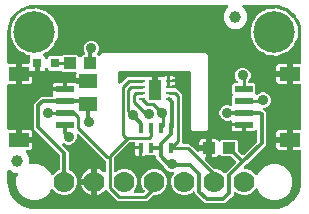
<source format=gbr>
G04 EAGLE Gerber RS-274X export*
G75*
%MOMM*%
%FSLAX34Y34*%
%LPD*%
%INTop Copper*%
%IPPOS*%
%AMOC8*
5,1,8,0,0,1.08239X$1,22.5*%
G01*
%ADD10R,1.500000X1.240000*%
%ADD11R,1.075000X1.000000*%
%ADD12R,0.450000X0.900000*%
%ADD13C,3.516000*%
%ADD14R,1.550000X0.600000*%
%ADD15R,1.800000X1.200000*%
%ADD16C,1.000000*%
%ADD17R,0.800000X0.800000*%
%ADD18R,1.000000X1.700000*%
%ADD19R,0.600000X0.250000*%
%ADD20C,1.778000*%
%ADD21C,0.254000*%
%ADD22C,0.304800*%
%ADD23C,0.889000*%

G36*
X228622Y2543D02*
X228622Y2543D01*
X228700Y2545D01*
X232077Y2810D01*
X232145Y2824D01*
X232214Y2829D01*
X232370Y2869D01*
X238794Y4956D01*
X238901Y5006D01*
X239012Y5050D01*
X239063Y5083D01*
X239082Y5091D01*
X239097Y5104D01*
X239148Y5136D01*
X244612Y9107D01*
X244699Y9188D01*
X244746Y9227D01*
X244752Y9231D01*
X244753Y9232D01*
X244791Y9264D01*
X244829Y9310D01*
X244844Y9324D01*
X244855Y9342D01*
X244893Y9388D01*
X248864Y14852D01*
X248921Y14956D01*
X248985Y15056D01*
X249007Y15113D01*
X249017Y15131D01*
X249022Y15151D01*
X249044Y15206D01*
X251131Y21630D01*
X251144Y21698D01*
X251167Y21764D01*
X251190Y21923D01*
X251455Y25300D01*
X251455Y25304D01*
X251456Y25307D01*
X251455Y25326D01*
X251459Y25400D01*
X251459Y51090D01*
X251444Y51208D01*
X251437Y51327D01*
X251424Y51365D01*
X251419Y51406D01*
X251376Y51516D01*
X251339Y51629D01*
X251317Y51664D01*
X251302Y51701D01*
X251233Y51797D01*
X251169Y51898D01*
X251139Y51926D01*
X251116Y51959D01*
X251024Y52035D01*
X250937Y52116D01*
X250902Y52136D01*
X250871Y52161D01*
X250763Y52212D01*
X250659Y52270D01*
X250619Y52280D01*
X250583Y52297D01*
X250466Y52319D01*
X250351Y52349D01*
X250291Y52353D01*
X250271Y52357D01*
X250250Y52355D01*
X250190Y52359D01*
X244364Y52359D01*
X244364Y59630D01*
X244349Y59748D01*
X244342Y59867D01*
X244329Y59905D01*
X244324Y59945D01*
X244280Y60056D01*
X244244Y60169D01*
X244222Y60204D01*
X244207Y60241D01*
X244137Y60337D01*
X244074Y60438D01*
X244044Y60466D01*
X244020Y60498D01*
X243929Y60574D01*
X243842Y60656D01*
X243807Y60675D01*
X243775Y60701D01*
X243668Y60752D01*
X243564Y60809D01*
X243524Y60820D01*
X243488Y60837D01*
X243371Y60859D01*
X243256Y60889D01*
X243195Y60893D01*
X243175Y60897D01*
X243155Y60895D01*
X243095Y60899D01*
X241824Y60899D01*
X241824Y60901D01*
X243095Y60901D01*
X243213Y60916D01*
X243332Y60923D01*
X243370Y60936D01*
X243410Y60941D01*
X243521Y60985D01*
X243634Y61021D01*
X243669Y61043D01*
X243706Y61058D01*
X243802Y61128D01*
X243903Y61191D01*
X243931Y61221D01*
X243963Y61245D01*
X244039Y61336D01*
X244121Y61423D01*
X244140Y61458D01*
X244166Y61490D01*
X244217Y61597D01*
X244274Y61701D01*
X244285Y61741D01*
X244302Y61777D01*
X244324Y61894D01*
X244354Y62009D01*
X244358Y62070D01*
X244362Y62090D01*
X244360Y62109D01*
X244362Y62115D01*
X244361Y62122D01*
X244364Y62170D01*
X244364Y69441D01*
X250190Y69441D01*
X250308Y69456D01*
X250427Y69463D01*
X250465Y69475D01*
X250506Y69481D01*
X250616Y69524D01*
X250729Y69561D01*
X250764Y69583D01*
X250801Y69598D01*
X250897Y69667D01*
X250998Y69731D01*
X251026Y69761D01*
X251059Y69784D01*
X251135Y69876D01*
X251216Y69963D01*
X251236Y69998D01*
X251261Y70029D01*
X251312Y70137D01*
X251370Y70241D01*
X251380Y70281D01*
X251397Y70317D01*
X251419Y70434D01*
X251449Y70549D01*
X251453Y70609D01*
X251457Y70629D01*
X251455Y70650D01*
X251459Y70710D01*
X251459Y107090D01*
X251444Y107208D01*
X251437Y107327D01*
X251424Y107365D01*
X251419Y107406D01*
X251376Y107516D01*
X251339Y107629D01*
X251317Y107664D01*
X251302Y107701D01*
X251233Y107797D01*
X251169Y107898D01*
X251139Y107926D01*
X251116Y107959D01*
X251024Y108035D01*
X250937Y108116D01*
X250902Y108136D01*
X250871Y108161D01*
X250763Y108212D01*
X250659Y108270D01*
X250619Y108280D01*
X250583Y108297D01*
X250466Y108319D01*
X250351Y108349D01*
X250291Y108353D01*
X250271Y108357D01*
X250250Y108355D01*
X250190Y108359D01*
X244364Y108359D01*
X244364Y115630D01*
X244349Y115748D01*
X244342Y115867D01*
X244329Y115905D01*
X244324Y115945D01*
X244280Y116056D01*
X244244Y116169D01*
X244222Y116204D01*
X244207Y116241D01*
X244137Y116337D01*
X244074Y116438D01*
X244044Y116466D01*
X244020Y116498D01*
X243929Y116574D01*
X243842Y116656D01*
X243807Y116675D01*
X243775Y116701D01*
X243668Y116752D01*
X243564Y116809D01*
X243524Y116820D01*
X243488Y116837D01*
X243371Y116859D01*
X243256Y116889D01*
X243195Y116893D01*
X243175Y116897D01*
X243155Y116895D01*
X243095Y116899D01*
X241824Y116899D01*
X241824Y116901D01*
X243095Y116901D01*
X243213Y116916D01*
X243332Y116923D01*
X243370Y116936D01*
X243410Y116941D01*
X243521Y116985D01*
X243634Y117021D01*
X243669Y117043D01*
X243706Y117058D01*
X243802Y117128D01*
X243903Y117191D01*
X243931Y117221D01*
X243963Y117245D01*
X244039Y117336D01*
X244121Y117423D01*
X244140Y117458D01*
X244166Y117490D01*
X244217Y117597D01*
X244274Y117701D01*
X244285Y117741D01*
X244302Y117777D01*
X244324Y117894D01*
X244354Y118009D01*
X244358Y118070D01*
X244362Y118090D01*
X244360Y118110D01*
X244364Y118170D01*
X244364Y125441D01*
X250190Y125441D01*
X250308Y125456D01*
X250427Y125463D01*
X250465Y125476D01*
X250506Y125481D01*
X250616Y125524D01*
X250729Y125561D01*
X250764Y125583D01*
X250801Y125598D01*
X250897Y125667D01*
X250998Y125731D01*
X251026Y125761D01*
X251059Y125784D01*
X251134Y125876D01*
X251216Y125963D01*
X251236Y125998D01*
X251261Y126029D01*
X251312Y126137D01*
X251370Y126241D01*
X251380Y126280D01*
X251397Y126317D01*
X251419Y126434D01*
X251449Y126549D01*
X251453Y126609D01*
X251457Y126629D01*
X251455Y126650D01*
X251459Y126710D01*
X251459Y152400D01*
X251457Y152422D01*
X251455Y152500D01*
X251190Y155877D01*
X251176Y155945D01*
X251171Y156014D01*
X251131Y156170D01*
X249044Y162594D01*
X248993Y162701D01*
X248950Y162812D01*
X248917Y162863D01*
X248909Y162882D01*
X248896Y162897D01*
X248864Y162948D01*
X247171Y165277D01*
X247153Y165297D01*
X247139Y165320D01*
X247044Y165413D01*
X246953Y165509D01*
X246931Y165524D01*
X246912Y165542D01*
X246798Y165608D01*
X246792Y165624D01*
X246789Y165651D01*
X246740Y165775D01*
X246697Y165900D01*
X246682Y165922D01*
X246672Y165947D01*
X246586Y166083D01*
X244893Y168413D01*
X244812Y168499D01*
X244736Y168591D01*
X244690Y168629D01*
X244676Y168644D01*
X244658Y168655D01*
X244612Y168693D01*
X239148Y172664D01*
X239044Y172721D01*
X238944Y172785D01*
X238887Y172807D01*
X238869Y172817D01*
X238849Y172822D01*
X238794Y172844D01*
X232370Y174931D01*
X232302Y174944D01*
X232236Y174967D01*
X232077Y174990D01*
X228700Y175255D01*
X228678Y175254D01*
X228600Y175259D01*
X202722Y175259D01*
X202578Y175241D01*
X202432Y175226D01*
X202420Y175221D01*
X202406Y175219D01*
X202271Y175166D01*
X202134Y175115D01*
X202123Y175107D01*
X202111Y175102D01*
X201993Y175017D01*
X201873Y174934D01*
X201864Y174923D01*
X201853Y174916D01*
X201761Y174804D01*
X201665Y174693D01*
X201659Y174681D01*
X201651Y174671D01*
X201589Y174539D01*
X201524Y174408D01*
X201521Y174395D01*
X201515Y174383D01*
X201488Y174240D01*
X201457Y174097D01*
X201458Y174084D01*
X201455Y174071D01*
X201464Y173926D01*
X201470Y173780D01*
X201474Y173766D01*
X201475Y173753D01*
X201520Y173615D01*
X201562Y173475D01*
X201569Y173463D01*
X201573Y173451D01*
X201651Y173328D01*
X201726Y173203D01*
X201736Y173193D01*
X201743Y173182D01*
X201849Y173082D01*
X201953Y172980D01*
X201969Y172970D01*
X201975Y172964D01*
X201990Y172956D01*
X202087Y172891D01*
X202901Y172421D01*
X205581Y167780D01*
X205581Y162420D01*
X202901Y157779D01*
X198260Y155099D01*
X192900Y155099D01*
X188259Y157779D01*
X185579Y162420D01*
X185579Y167780D01*
X188259Y172421D01*
X189073Y172891D01*
X189188Y172979D01*
X189307Y173064D01*
X189315Y173075D01*
X189326Y173083D01*
X189416Y173197D01*
X189509Y173309D01*
X189515Y173322D01*
X189524Y173332D01*
X189583Y173466D01*
X189645Y173597D01*
X189647Y173610D01*
X189653Y173623D01*
X189678Y173767D01*
X189705Y173910D01*
X189704Y173923D01*
X189706Y173936D01*
X189694Y174082D01*
X189685Y174227D01*
X189681Y174240D01*
X189680Y174253D01*
X189632Y174391D01*
X189587Y174529D01*
X189580Y174541D01*
X189575Y174554D01*
X189495Y174675D01*
X189417Y174798D01*
X189407Y174807D01*
X189399Y174819D01*
X189291Y174916D01*
X189185Y175016D01*
X189173Y175023D01*
X189163Y175032D01*
X189034Y175099D01*
X188907Y175170D01*
X188894Y175173D01*
X188882Y175179D01*
X188740Y175213D01*
X188599Y175249D01*
X188580Y175250D01*
X188572Y175252D01*
X188555Y175252D01*
X188438Y175259D01*
X25400Y175259D01*
X25378Y175257D01*
X25300Y175255D01*
X21923Y174990D01*
X21855Y174976D01*
X21786Y174971D01*
X21630Y174931D01*
X18892Y174041D01*
X18867Y174030D01*
X18841Y174024D01*
X18724Y173963D01*
X18604Y173906D01*
X18583Y173889D01*
X18560Y173877D01*
X18462Y173789D01*
X18445Y173788D01*
X18418Y173793D01*
X18286Y173785D01*
X18153Y173783D01*
X18127Y173775D01*
X18101Y173774D01*
X17945Y173734D01*
X15206Y172844D01*
X15099Y172794D01*
X14988Y172750D01*
X14937Y172717D01*
X14918Y172709D01*
X14903Y172696D01*
X14852Y172664D01*
X9388Y168693D01*
X9301Y168612D01*
X9209Y168536D01*
X9171Y168490D01*
X9156Y168476D01*
X9145Y168458D01*
X9107Y168412D01*
X5136Y162948D01*
X5079Y162844D01*
X5015Y162744D01*
X4993Y162687D01*
X4983Y162669D01*
X4978Y162649D01*
X4956Y162594D01*
X2869Y156170D01*
X2856Y156102D01*
X2833Y156036D01*
X2810Y155877D01*
X2545Y152500D01*
X2546Y152478D01*
X2541Y152400D01*
X2541Y126710D01*
X2556Y126592D01*
X2563Y126473D01*
X2576Y126435D01*
X2581Y126394D01*
X2624Y126284D01*
X2661Y126171D01*
X2683Y126136D01*
X2698Y126099D01*
X2768Y126002D01*
X2831Y125902D01*
X2861Y125874D01*
X2884Y125841D01*
X2976Y125765D01*
X3063Y125684D01*
X3098Y125664D01*
X3129Y125639D01*
X3237Y125588D01*
X3341Y125530D01*
X3381Y125520D01*
X3417Y125503D01*
X3534Y125481D01*
X3649Y125451D01*
X3709Y125447D01*
X3729Y125443D01*
X3750Y125445D01*
X3810Y125441D01*
X9636Y125441D01*
X9636Y118170D01*
X9651Y118052D01*
X9658Y117933D01*
X9671Y117895D01*
X9676Y117855D01*
X9719Y117744D01*
X9756Y117631D01*
X9778Y117596D01*
X9793Y117559D01*
X9863Y117463D01*
X9926Y117362D01*
X9956Y117334D01*
X9980Y117302D01*
X10071Y117226D01*
X10158Y117144D01*
X10193Y117125D01*
X10224Y117099D01*
X10332Y117048D01*
X10436Y116991D01*
X10476Y116980D01*
X10512Y116963D01*
X10629Y116941D01*
X10744Y116911D01*
X10805Y116907D01*
X10825Y116903D01*
X10845Y116905D01*
X10905Y116901D01*
X12176Y116901D01*
X12176Y116899D01*
X10905Y116899D01*
X10787Y116884D01*
X10668Y116877D01*
X10630Y116864D01*
X10590Y116859D01*
X10479Y116815D01*
X10366Y116779D01*
X10331Y116757D01*
X10294Y116742D01*
X10198Y116672D01*
X10097Y116609D01*
X10069Y116579D01*
X10036Y116555D01*
X9961Y116464D01*
X9879Y116377D01*
X9859Y116342D01*
X9834Y116310D01*
X9783Y116203D01*
X9725Y116099D01*
X9715Y116059D01*
X9698Y116023D01*
X9676Y115906D01*
X9646Y115791D01*
X9642Y115730D01*
X9638Y115710D01*
X9640Y115690D01*
X9636Y115630D01*
X9636Y108359D01*
X3810Y108359D01*
X3692Y108344D01*
X3573Y108337D01*
X3535Y108324D01*
X3494Y108319D01*
X3384Y108276D01*
X3271Y108239D01*
X3236Y108217D01*
X3199Y108202D01*
X3103Y108133D01*
X3002Y108069D01*
X2974Y108039D01*
X2941Y108016D01*
X2865Y107924D01*
X2784Y107837D01*
X2764Y107802D01*
X2739Y107771D01*
X2688Y107663D01*
X2630Y107559D01*
X2620Y107519D01*
X2603Y107483D01*
X2581Y107366D01*
X2551Y107251D01*
X2547Y107191D01*
X2543Y107171D01*
X2545Y107150D01*
X2541Y107090D01*
X2541Y70710D01*
X2556Y70592D01*
X2563Y70473D01*
X2576Y70435D01*
X2581Y70394D01*
X2624Y70284D01*
X2661Y70171D01*
X2683Y70136D01*
X2698Y70099D01*
X2768Y70002D01*
X2831Y69902D01*
X2861Y69874D01*
X2884Y69841D01*
X2976Y69765D01*
X3063Y69684D01*
X3098Y69664D01*
X3129Y69639D01*
X3237Y69588D01*
X3341Y69530D01*
X3381Y69520D01*
X3417Y69503D01*
X3534Y69481D01*
X3649Y69451D01*
X3709Y69447D01*
X3729Y69443D01*
X3750Y69445D01*
X3810Y69441D01*
X9636Y69441D01*
X9636Y62170D01*
X9651Y62052D01*
X9658Y61933D01*
X9671Y61895D01*
X9676Y61855D01*
X9719Y61744D01*
X9756Y61631D01*
X9778Y61596D01*
X9793Y61559D01*
X9863Y61463D01*
X9926Y61362D01*
X9956Y61334D01*
X9980Y61302D01*
X10071Y61226D01*
X10158Y61144D01*
X10193Y61125D01*
X10224Y61099D01*
X10332Y61048D01*
X10436Y60991D01*
X10476Y60980D01*
X10512Y60963D01*
X10629Y60941D01*
X10744Y60911D01*
X10805Y60907D01*
X10825Y60903D01*
X10845Y60905D01*
X10905Y60901D01*
X12176Y60901D01*
X12176Y59630D01*
X12191Y59512D01*
X12198Y59393D01*
X12211Y59355D01*
X12216Y59315D01*
X12260Y59204D01*
X12296Y59091D01*
X12318Y59056D01*
X12333Y59019D01*
X12403Y58923D01*
X12466Y58822D01*
X12496Y58794D01*
X12520Y58761D01*
X12611Y58686D01*
X12698Y58604D01*
X12733Y58584D01*
X12765Y58559D01*
X12872Y58508D01*
X12976Y58450D01*
X13016Y58440D01*
X13052Y58423D01*
X13169Y58401D01*
X13284Y58371D01*
X13345Y58367D01*
X13365Y58363D01*
X13385Y58365D01*
X13445Y58361D01*
X23716Y58361D01*
X23716Y54566D01*
X23543Y53919D01*
X23208Y53340D01*
X22735Y52867D01*
X22156Y52532D01*
X21509Y52359D01*
X19242Y52359D01*
X19110Y52343D01*
X18978Y52332D01*
X18953Y52323D01*
X18926Y52319D01*
X18803Y52271D01*
X18678Y52227D01*
X18655Y52212D01*
X18630Y52202D01*
X18524Y52125D01*
X18413Y52051D01*
X18395Y52031D01*
X18373Y52016D01*
X18289Y51913D01*
X18200Y51815D01*
X18187Y51791D01*
X18170Y51771D01*
X18114Y51651D01*
X18052Y51534D01*
X18046Y51507D01*
X18035Y51483D01*
X18010Y51353D01*
X17979Y51224D01*
X17980Y51197D01*
X17975Y51171D01*
X17983Y51039D01*
X17986Y50906D01*
X17993Y50880D01*
X17995Y50853D01*
X18035Y50727D01*
X18071Y50600D01*
X18088Y50565D01*
X18093Y50551D01*
X18104Y50532D01*
X18142Y50455D01*
X20796Y45860D01*
X20796Y41889D01*
X20802Y41839D01*
X20800Y41790D01*
X20822Y41682D01*
X20836Y41573D01*
X20854Y41527D01*
X20864Y41478D01*
X20912Y41380D01*
X20953Y41278D01*
X20982Y41237D01*
X21004Y41193D01*
X21075Y41109D01*
X21139Y41020D01*
X21178Y40989D01*
X21210Y40951D01*
X21300Y40887D01*
X21384Y40817D01*
X21429Y40796D01*
X21470Y40768D01*
X21573Y40729D01*
X21672Y40682D01*
X21721Y40673D01*
X21768Y40655D01*
X21877Y40643D01*
X21984Y40622D01*
X22034Y40625D01*
X22084Y40620D01*
X22193Y40635D01*
X22283Y40641D01*
X28432Y40641D01*
X34033Y38320D01*
X38320Y34033D01*
X39264Y31755D01*
X39333Y31634D01*
X39398Y31511D01*
X39412Y31496D01*
X39422Y31478D01*
X39519Y31378D01*
X39612Y31276D01*
X39629Y31265D01*
X39643Y31250D01*
X39762Y31177D01*
X39878Y31101D01*
X39897Y31094D01*
X39914Y31084D01*
X40047Y31043D01*
X40179Y30998D01*
X40199Y30996D01*
X40218Y30990D01*
X40357Y30984D01*
X40496Y30973D01*
X40516Y30976D01*
X40536Y30975D01*
X40672Y31003D01*
X40809Y31027D01*
X40827Y31035D01*
X40847Y31039D01*
X40973Y31101D01*
X41099Y31158D01*
X41115Y31170D01*
X41133Y31179D01*
X41239Y31270D01*
X41347Y31356D01*
X41360Y31372D01*
X41375Y31385D01*
X41455Y31500D01*
X41464Y31511D01*
X44613Y34660D01*
X46460Y35425D01*
X46485Y35440D01*
X46513Y35449D01*
X46623Y35518D01*
X46736Y35582D01*
X46757Y35603D01*
X46782Y35619D01*
X46871Y35713D01*
X46964Y35804D01*
X46980Y35829D01*
X47000Y35850D01*
X47063Y35964D01*
X47131Y36075D01*
X47139Y36103D01*
X47154Y36129D01*
X47186Y36255D01*
X47224Y36379D01*
X47226Y36408D01*
X47233Y36437D01*
X47243Y36598D01*
X47243Y47531D01*
X47231Y47629D01*
X47228Y47728D01*
X47211Y47786D01*
X47203Y47847D01*
X47167Y47939D01*
X47139Y48034D01*
X47109Y48086D01*
X47086Y48142D01*
X47028Y48222D01*
X46978Y48308D01*
X46912Y48383D01*
X46900Y48400D01*
X46890Y48407D01*
X46872Y48429D01*
X27474Y67827D01*
X27473Y67827D01*
X25018Y70282D01*
X25018Y91643D01*
X30832Y97457D01*
X40281Y97457D01*
X40412Y97473D01*
X40544Y97484D01*
X40570Y97493D01*
X40596Y97497D01*
X40719Y97545D01*
X40844Y97589D01*
X40867Y97604D01*
X40892Y97614D01*
X40999Y97691D01*
X41109Y97765D01*
X41127Y97785D01*
X41149Y97800D01*
X41234Y97903D01*
X41322Y98001D01*
X41335Y98025D01*
X41352Y98045D01*
X41409Y98165D01*
X41470Y98282D01*
X41476Y98309D01*
X41488Y98333D01*
X41513Y98463D01*
X41543Y98592D01*
X41542Y98619D01*
X41547Y98645D01*
X41539Y98777D01*
X41537Y98910D01*
X41529Y98936D01*
X41528Y98963D01*
X41487Y99089D01*
X41451Y99216D01*
X41434Y99251D01*
X41430Y99265D01*
X41418Y99284D01*
X41380Y99361D01*
X41057Y99919D01*
X40884Y100566D01*
X40884Y102401D01*
X50945Y102401D01*
X51063Y102416D01*
X51182Y102423D01*
X51220Y102435D01*
X51260Y102441D01*
X51371Y102484D01*
X51484Y102521D01*
X51518Y102543D01*
X51556Y102558D01*
X51652Y102627D01*
X51753Y102691D01*
X51781Y102721D01*
X51813Y102744D01*
X51889Y102836D01*
X51971Y102923D01*
X51990Y102958D01*
X52016Y102989D01*
X52036Y103033D01*
X52112Y103088D01*
X52213Y103151D01*
X52241Y103181D01*
X52274Y103205D01*
X52350Y103296D01*
X52431Y103383D01*
X52451Y103418D01*
X52476Y103450D01*
X52527Y103557D01*
X52585Y103662D01*
X52595Y103701D01*
X52612Y103737D01*
X52634Y103854D01*
X52664Y103970D01*
X52668Y104030D01*
X52672Y104050D01*
X52670Y104070D01*
X52674Y104130D01*
X52674Y109441D01*
X59259Y109441D01*
X59906Y109268D01*
X60485Y108933D01*
X61002Y108416D01*
X61021Y108387D01*
X61060Y108350D01*
X61092Y108307D01*
X61175Y108242D01*
X61252Y108169D01*
X61299Y108143D01*
X61341Y108110D01*
X61438Y108067D01*
X61531Y108015D01*
X61583Y108002D01*
X61632Y107980D01*
X61736Y107962D01*
X61839Y107936D01*
X61924Y107931D01*
X61945Y107927D01*
X61961Y107928D01*
X61999Y107926D01*
X69850Y107926D01*
X69968Y107941D01*
X70087Y107948D01*
X70125Y107961D01*
X70165Y107966D01*
X70276Y108009D01*
X70389Y108046D01*
X70424Y108068D01*
X70461Y108083D01*
X70557Y108153D01*
X70658Y108216D01*
X70686Y108246D01*
X70718Y108270D01*
X70794Y108361D01*
X70876Y108448D01*
X70895Y108483D01*
X70921Y108514D01*
X70972Y108622D01*
X71029Y108726D01*
X71040Y108766D01*
X71057Y108802D01*
X71079Y108919D01*
X71109Y109034D01*
X71113Y109095D01*
X71117Y109115D01*
X71115Y109135D01*
X71119Y109195D01*
X71119Y111735D01*
X71104Y111853D01*
X71097Y111972D01*
X71084Y112010D01*
X71079Y112050D01*
X71035Y112161D01*
X70999Y112274D01*
X70977Y112309D01*
X70962Y112346D01*
X70892Y112442D01*
X70829Y112543D01*
X70799Y112571D01*
X70775Y112603D01*
X70684Y112679D01*
X70597Y112761D01*
X70562Y112780D01*
X70530Y112806D01*
X70423Y112857D01*
X70319Y112914D01*
X70279Y112925D01*
X70243Y112942D01*
X70126Y112964D01*
X70011Y112994D01*
X69950Y112998D01*
X69930Y113002D01*
X69910Y113000D01*
X69850Y113004D01*
X61079Y113004D01*
X61079Y116999D01*
X61106Y117099D01*
X61123Y117224D01*
X61147Y117348D01*
X61145Y117381D01*
X61149Y117415D01*
X61135Y117540D01*
X61127Y117665D01*
X61117Y117697D01*
X61113Y117730D01*
X61068Y117848D01*
X61029Y117967D01*
X61011Y117996D01*
X60999Y118027D01*
X60926Y118130D01*
X60859Y118236D01*
X60834Y118259D01*
X60815Y118287D01*
X60719Y118368D01*
X60627Y118454D01*
X60598Y118470D01*
X60572Y118492D01*
X60459Y118547D01*
X60349Y118608D01*
X60316Y118616D01*
X60286Y118631D01*
X60162Y118656D01*
X60041Y118687D01*
X59992Y118690D01*
X59974Y118694D01*
X59952Y118693D01*
X59880Y118697D01*
X49418Y118697D01*
X48790Y119326D01*
X48711Y119386D01*
X48639Y119454D01*
X48586Y119483D01*
X48538Y119520D01*
X48448Y119560D01*
X48361Y119608D01*
X48302Y119623D01*
X48247Y119647D01*
X48149Y119662D01*
X48053Y119687D01*
X47953Y119693D01*
X47933Y119697D01*
X47920Y119695D01*
X47892Y119697D01*
X38218Y119697D01*
X37016Y120899D01*
X37008Y120962D01*
X36991Y121113D01*
X36988Y121119D01*
X36987Y121126D01*
X36931Y121269D01*
X36877Y121410D01*
X36873Y121416D01*
X36870Y121422D01*
X36781Y121546D01*
X36693Y121669D01*
X36688Y121674D01*
X36684Y121679D01*
X36565Y121777D01*
X36450Y121875D01*
X36444Y121878D01*
X36439Y121882D01*
X36301Y121947D01*
X36164Y122013D01*
X36157Y122015D01*
X36151Y122018D01*
X36003Y122046D01*
X35852Y122076D01*
X35845Y122076D01*
X35839Y122077D01*
X35687Y122068D01*
X35534Y122060D01*
X35528Y122058D01*
X35521Y122058D01*
X35377Y122011D01*
X35231Y121965D01*
X35225Y121962D01*
X35219Y121960D01*
X35090Y121878D01*
X34960Y121798D01*
X34956Y121793D01*
X34950Y121789D01*
X34845Y121678D01*
X34740Y121569D01*
X34737Y121563D01*
X34732Y121558D01*
X34658Y121424D01*
X34583Y121292D01*
X34581Y121283D01*
X34578Y121279D01*
X34576Y121269D01*
X34532Y121139D01*
X34428Y120749D01*
X34093Y120170D01*
X33620Y119697D01*
X33041Y119362D01*
X32394Y119189D01*
X30059Y119189D01*
X30059Y125000D01*
X30044Y125118D01*
X30037Y125237D01*
X30024Y125275D01*
X30019Y125315D01*
X29976Y125426D01*
X29939Y125539D01*
X29917Y125573D01*
X29902Y125611D01*
X29833Y125707D01*
X29769Y125808D01*
X29739Y125836D01*
X29716Y125868D01*
X29624Y125944D01*
X29537Y126026D01*
X29502Y126045D01*
X29471Y126071D01*
X29363Y126122D01*
X29259Y126179D01*
X29219Y126189D01*
X29183Y126207D01*
X29066Y126229D01*
X28951Y126259D01*
X28891Y126263D01*
X28871Y126266D01*
X28850Y126265D01*
X28790Y126269D01*
X27330Y126269D01*
X27212Y126254D01*
X27093Y126247D01*
X27055Y126234D01*
X27014Y126229D01*
X26904Y126185D01*
X26791Y126149D01*
X26756Y126127D01*
X26719Y126112D01*
X26622Y126042D01*
X26522Y125979D01*
X26494Y125949D01*
X26461Y125925D01*
X26385Y125834D01*
X26304Y125747D01*
X26284Y125712D01*
X26259Y125680D01*
X26208Y125573D01*
X26150Y125468D01*
X26140Y125429D01*
X26123Y125393D01*
X26101Y125276D01*
X26071Y125160D01*
X26067Y125100D01*
X26063Y125080D01*
X26065Y125060D01*
X26061Y125000D01*
X26061Y119189D01*
X23726Y119189D01*
X22954Y119396D01*
X22869Y119408D01*
X22786Y119429D01*
X22650Y119438D01*
X22639Y119439D01*
X22635Y119439D01*
X22626Y119439D01*
X14714Y119439D01*
X14714Y125441D01*
X20250Y125441D01*
X20368Y125456D01*
X20487Y125463D01*
X20525Y125476D01*
X20566Y125481D01*
X20676Y125524D01*
X20789Y125561D01*
X20824Y125583D01*
X20861Y125598D01*
X20957Y125667D01*
X21058Y125731D01*
X21086Y125761D01*
X21119Y125784D01*
X21194Y125876D01*
X21276Y125963D01*
X21296Y125998D01*
X21321Y126029D01*
X21372Y126137D01*
X21430Y126241D01*
X21440Y126280D01*
X21457Y126317D01*
X21479Y126434D01*
X21509Y126549D01*
X21513Y126609D01*
X21517Y126629D01*
X21515Y126650D01*
X21519Y126710D01*
X21519Y130064D01*
X21692Y130711D01*
X21899Y131068D01*
X21916Y131108D01*
X21939Y131144D01*
X21977Y131254D01*
X22022Y131361D01*
X22028Y131404D01*
X22042Y131445D01*
X22052Y131561D01*
X22069Y131676D01*
X22064Y131719D01*
X22068Y131762D01*
X22048Y131877D01*
X22036Y131992D01*
X22021Y132033D01*
X22013Y132075D01*
X21965Y132181D01*
X21925Y132291D01*
X21900Y132326D01*
X21883Y132365D01*
X21810Y132456D01*
X21743Y132552D01*
X21711Y132580D01*
X21684Y132613D01*
X21591Y132684D01*
X21503Y132760D01*
X21464Y132779D01*
X21430Y132805D01*
X21285Y132876D01*
X20951Y133014D01*
X20853Y133041D01*
X20757Y133077D01*
X20665Y133092D01*
X20644Y133098D01*
X20630Y133098D01*
X20598Y133104D01*
X19179Y133253D01*
X16215Y134964D01*
X16213Y134965D01*
X16210Y134967D01*
X16066Y135038D01*
X14290Y135773D01*
X13693Y136370D01*
X13626Y136422D01*
X13565Y136483D01*
X13451Y136558D01*
X13442Y136565D01*
X13438Y136567D01*
X13431Y136572D01*
X11929Y137439D01*
X10139Y139903D01*
X10126Y139917D01*
X10116Y139933D01*
X10009Y140054D01*
X8773Y141290D01*
X8357Y142296D01*
X8322Y142356D01*
X8297Y142420D01*
X8211Y142556D01*
X7008Y144211D01*
X6447Y146849D01*
X6436Y146883D01*
X6431Y146919D01*
X6379Y147071D01*
X5787Y148499D01*
X5787Y149822D01*
X5781Y149874D01*
X5783Y149926D01*
X5760Y150086D01*
X5268Y152400D01*
X5760Y154714D01*
X5764Y154767D01*
X5777Y154817D01*
X5787Y154978D01*
X5787Y156301D01*
X6379Y157729D01*
X6388Y157763D01*
X6404Y157795D01*
X6447Y157951D01*
X7008Y160589D01*
X8211Y162244D01*
X8244Y162305D01*
X8286Y162360D01*
X8357Y162504D01*
X8773Y163510D01*
X10009Y164746D01*
X10021Y164761D01*
X10036Y164773D01*
X10139Y164897D01*
X11929Y167361D01*
X13431Y168228D01*
X13499Y168280D01*
X13573Y168324D01*
X13675Y168414D01*
X13684Y168421D01*
X13687Y168424D01*
X13693Y168430D01*
X14290Y169027D01*
X16066Y169762D01*
X16068Y169764D01*
X16071Y169764D01*
X16215Y169836D01*
X18972Y171428D01*
X18993Y171444D01*
X19017Y171455D01*
X19119Y171540D01*
X19166Y171575D01*
X19203Y171568D01*
X19229Y171569D01*
X19256Y171565D01*
X19416Y171572D01*
X20598Y171696D01*
X20698Y171720D01*
X20799Y171734D01*
X20887Y171764D01*
X20908Y171769D01*
X20920Y171775D01*
X20951Y171786D01*
X21499Y172013D01*
X23543Y172013D01*
X23560Y172015D01*
X23676Y172020D01*
X27504Y172422D01*
X28573Y172075D01*
X28690Y172053D01*
X28805Y172023D01*
X28865Y172019D01*
X28885Y172015D01*
X28906Y172017D01*
X28965Y172013D01*
X29301Y172013D01*
X31209Y171223D01*
X31230Y171217D01*
X31303Y171188D01*
X35466Y169835D01*
X36078Y169285D01*
X36189Y169207D01*
X36297Y169126D01*
X36327Y169111D01*
X36339Y169103D01*
X36359Y169096D01*
X36441Y169055D01*
X36510Y169027D01*
X37805Y167732D01*
X37819Y167721D01*
X37853Y167686D01*
X41687Y164233D01*
X41900Y163756D01*
X41978Y163627D01*
X41979Y163626D01*
X42250Y162971D01*
X42255Y162963D01*
X42263Y162941D01*
X45092Y156586D01*
X45092Y148214D01*
X42263Y141859D01*
X42260Y141849D01*
X42250Y141829D01*
X41994Y141211D01*
X41975Y141187D01*
X41970Y141178D01*
X41967Y141174D01*
X41963Y141164D01*
X41900Y141044D01*
X41687Y140567D01*
X37853Y137114D01*
X37841Y137100D01*
X37805Y137068D01*
X36510Y135773D01*
X36441Y135745D01*
X36324Y135678D01*
X36204Y135615D01*
X36177Y135594D01*
X36165Y135587D01*
X36149Y135572D01*
X36078Y135515D01*
X35466Y134965D01*
X33448Y134309D01*
X33352Y134264D01*
X33252Y134227D01*
X33208Y134196D01*
X33160Y134174D01*
X33078Y134106D01*
X32991Y134046D01*
X32956Y134005D01*
X32915Y133971D01*
X32852Y133885D01*
X32783Y133805D01*
X32759Y133757D01*
X32728Y133714D01*
X32689Y133615D01*
X32641Y133520D01*
X32630Y133468D01*
X32611Y133418D01*
X32597Y133313D01*
X32575Y133209D01*
X32577Y133156D01*
X32571Y133103D01*
X32584Y132998D01*
X32588Y132891D01*
X32604Y132840D01*
X32610Y132787D01*
X32649Y132689D01*
X32680Y132587D01*
X32707Y132541D01*
X32727Y132491D01*
X32789Y132405D01*
X32844Y132315D01*
X32882Y132277D01*
X32914Y132234D01*
X32995Y132166D01*
X33071Y132092D01*
X33142Y132045D01*
X33159Y132031D01*
X33173Y132024D01*
X33205Y132003D01*
X33620Y131763D01*
X34093Y131290D01*
X34428Y130711D01*
X34532Y130321D01*
X34590Y130180D01*
X34646Y130038D01*
X34650Y130033D01*
X34652Y130026D01*
X34744Y129903D01*
X34832Y129781D01*
X34838Y129776D01*
X34842Y129771D01*
X34959Y129676D01*
X35077Y129578D01*
X35084Y129575D01*
X35089Y129571D01*
X35228Y129507D01*
X35365Y129442D01*
X35372Y129441D01*
X35378Y129438D01*
X35529Y129411D01*
X35678Y129383D01*
X35684Y129383D01*
X35691Y129382D01*
X35843Y129393D01*
X35995Y129402D01*
X36001Y129405D01*
X36008Y129405D01*
X36154Y129454D01*
X36297Y129500D01*
X36303Y129504D01*
X36310Y129506D01*
X36438Y129589D01*
X36566Y129671D01*
X36571Y129676D01*
X36576Y129679D01*
X36679Y129790D01*
X36784Y129902D01*
X36787Y129908D01*
X36792Y129913D01*
X36864Y130047D01*
X36938Y130181D01*
X36939Y130187D01*
X36942Y130193D01*
X36979Y130342D01*
X37017Y130489D01*
X37018Y130498D01*
X37019Y130502D01*
X37019Y130513D01*
X37022Y130567D01*
X38218Y131763D01*
X47892Y131763D01*
X47990Y131775D01*
X48089Y131778D01*
X48148Y131795D01*
X48208Y131803D01*
X48300Y131839D01*
X48395Y131867D01*
X48447Y131897D01*
X48503Y131920D01*
X48584Y131978D01*
X48669Y132028D01*
X48744Y132094D01*
X48761Y132106D01*
X48769Y132116D01*
X48790Y132134D01*
X49418Y132763D01*
X61852Y132763D01*
X63237Y131377D01*
X63332Y131304D01*
X63421Y131225D01*
X63457Y131207D01*
X63489Y131182D01*
X63598Y131135D01*
X63704Y131081D01*
X63743Y131072D01*
X63781Y131056D01*
X63898Y131037D01*
X64014Y131011D01*
X64055Y131012D01*
X64095Y131006D01*
X64213Y131017D01*
X64332Y131021D01*
X64371Y131032D01*
X64411Y131036D01*
X64524Y131076D01*
X64638Y131109D01*
X64672Y131130D01*
X64711Y131143D01*
X64809Y131210D01*
X64912Y131271D01*
X64957Y131311D01*
X64974Y131322D01*
X64987Y131337D01*
X65032Y131377D01*
X66418Y132763D01*
X67102Y132763D01*
X67241Y132780D01*
X67380Y132794D01*
X67399Y132800D01*
X67418Y132803D01*
X67548Y132854D01*
X67680Y132902D01*
X67695Y132913D01*
X67713Y132920D01*
X67827Y133002D01*
X67942Y133081D01*
X67955Y133095D01*
X67971Y133106D01*
X68060Y133214D01*
X68153Y133319D01*
X68161Y133337D01*
X68174Y133351D01*
X68233Y133478D01*
X68297Y133603D01*
X68301Y133622D01*
X68309Y133639D01*
X68335Y133777D01*
X68366Y133913D01*
X68365Y133933D01*
X68369Y133951D01*
X68360Y134091D01*
X68356Y134231D01*
X68350Y134250D01*
X68349Y134269D01*
X68319Y134362D01*
X68317Y134375D01*
X68295Y134441D01*
X68267Y134537D01*
X68257Y134553D01*
X68251Y134571D01*
X68239Y134591D01*
X67182Y137141D01*
X67182Y139719D01*
X68168Y142099D01*
X69991Y143922D01*
X72371Y144908D01*
X74949Y144908D01*
X77329Y143922D01*
X79152Y142099D01*
X80138Y139719D01*
X80138Y137141D01*
X79152Y134761D01*
X78900Y134509D01*
X78827Y134415D01*
X78749Y134326D01*
X78730Y134290D01*
X78705Y134258D01*
X78658Y134149D01*
X78604Y134043D01*
X78595Y134003D01*
X78579Y133966D01*
X78560Y133849D01*
X78534Y133733D01*
X78536Y133692D01*
X78529Y133652D01*
X78540Y133534D01*
X78544Y133415D01*
X78555Y133376D01*
X78559Y133336D01*
X78599Y133223D01*
X78632Y133109D01*
X78653Y133074D01*
X78667Y133036D01*
X78733Y132938D01*
X78794Y132835D01*
X78834Y132790D01*
X78845Y132773D01*
X78860Y132760D01*
X78900Y132714D01*
X79367Y132248D01*
X79476Y132163D01*
X79583Y132074D01*
X79602Y132066D01*
X79618Y132053D01*
X79746Y131998D01*
X79871Y131939D01*
X79891Y131935D01*
X79910Y131927D01*
X80048Y131905D01*
X80184Y131879D01*
X80204Y131880D01*
X80224Y131877D01*
X80363Y131890D01*
X80501Y131899D01*
X80520Y131905D01*
X80540Y131907D01*
X80672Y131954D01*
X80803Y131997D01*
X80821Y132008D01*
X80840Y132014D01*
X80955Y132093D01*
X81072Y132167D01*
X81086Y132182D01*
X81103Y132193D01*
X81195Y132297D01*
X81290Y132399D01*
X81300Y132416D01*
X81313Y132431D01*
X81317Y132439D01*
X83245Y134367D01*
X170755Y134367D01*
X172467Y132655D01*
X172467Y70545D01*
X170755Y68833D01*
X159445Y68833D01*
X157733Y70545D01*
X157733Y117729D01*
X157718Y117847D01*
X157711Y117966D01*
X157698Y118004D01*
X157693Y118045D01*
X157650Y118155D01*
X157613Y118268D01*
X157591Y118303D01*
X157576Y118340D01*
X157507Y118436D01*
X157443Y118537D01*
X157413Y118565D01*
X157390Y118598D01*
X157298Y118674D01*
X157211Y118755D01*
X157176Y118775D01*
X157145Y118800D01*
X157037Y118851D01*
X156933Y118909D01*
X156893Y118919D01*
X156857Y118936D01*
X156740Y118958D01*
X156625Y118988D01*
X156565Y118992D01*
X156545Y118996D01*
X156524Y118994D01*
X156464Y118998D01*
X97536Y118998D01*
X97418Y118983D01*
X97299Y118976D01*
X97261Y118963D01*
X97220Y118958D01*
X97110Y118915D01*
X96997Y118878D01*
X96962Y118856D01*
X96925Y118841D01*
X96829Y118772D01*
X96728Y118708D01*
X96700Y118678D01*
X96667Y118655D01*
X96591Y118563D01*
X96510Y118476D01*
X96490Y118441D01*
X96465Y118410D01*
X96414Y118302D01*
X96356Y118198D01*
X96346Y118158D01*
X96329Y118122D01*
X96307Y118005D01*
X96277Y117890D01*
X96273Y117830D01*
X96269Y117810D01*
X96271Y117789D01*
X96267Y117729D01*
X96267Y109833D01*
X96284Y109695D01*
X96297Y109556D01*
X96304Y109537D01*
X96307Y109517D01*
X96358Y109388D01*
X96405Y109257D01*
X96416Y109240D01*
X96424Y109221D01*
X96505Y109109D01*
X96583Y108994D01*
X96599Y108980D01*
X96610Y108964D01*
X96718Y108875D01*
X96822Y108783D01*
X96840Y108774D01*
X96855Y108761D01*
X96981Y108702D01*
X97105Y108639D01*
X97125Y108634D01*
X97143Y108626D01*
X97279Y108600D01*
X97415Y108569D01*
X97436Y108570D01*
X97455Y108566D01*
X97594Y108574D01*
X97733Y108579D01*
X97753Y108584D01*
X97773Y108586D01*
X97905Y108628D01*
X98039Y108667D01*
X98056Y108677D01*
X98075Y108684D01*
X98193Y108758D01*
X98313Y108829D01*
X98334Y108847D01*
X98344Y108854D01*
X98358Y108869D01*
X98433Y108935D01*
X103806Y114308D01*
X117850Y114308D01*
X117888Y114298D01*
X117988Y114292D01*
X118009Y114288D01*
X118021Y114290D01*
X118049Y114288D01*
X120003Y114288D01*
X120021Y114272D01*
X120063Y114250D01*
X120100Y114221D01*
X120203Y114177D01*
X120302Y114125D01*
X120348Y114114D01*
X120392Y114095D01*
X120502Y114077D01*
X120612Y114052D01*
X120659Y114053D01*
X120706Y114045D01*
X120817Y114056D01*
X120930Y114058D01*
X120975Y114071D01*
X121022Y114075D01*
X121128Y114113D01*
X121236Y114143D01*
X121301Y114175D01*
X121322Y114182D01*
X121337Y114193D01*
X121381Y114215D01*
X121654Y114373D01*
X122301Y114546D01*
X125136Y114546D01*
X125136Y104735D01*
X125151Y104617D01*
X125158Y104498D01*
X125170Y104460D01*
X125176Y104420D01*
X125219Y104309D01*
X125256Y104196D01*
X125278Y104162D01*
X125293Y104124D01*
X125362Y104028D01*
X125426Y103927D01*
X125456Y103899D01*
X125479Y103867D01*
X125571Y103791D01*
X125658Y103709D01*
X125693Y103690D01*
X125724Y103664D01*
X125832Y103613D01*
X125936Y103556D01*
X125976Y103546D01*
X126012Y103528D01*
X126129Y103506D01*
X126244Y103476D01*
X126304Y103472D01*
X126324Y103469D01*
X126345Y103470D01*
X126405Y103466D01*
X128865Y103466D01*
X128983Y103481D01*
X129102Y103488D01*
X129140Y103501D01*
X129181Y103506D01*
X129291Y103550D01*
X129404Y103586D01*
X129439Y103608D01*
X129476Y103623D01*
X129572Y103693D01*
X129673Y103756D01*
X129701Y103786D01*
X129734Y103810D01*
X129810Y103901D01*
X129891Y103988D01*
X129911Y104023D01*
X129936Y104055D01*
X129987Y104162D01*
X130045Y104267D01*
X130055Y104306D01*
X130072Y104342D01*
X130094Y104459D01*
X130124Y104575D01*
X130128Y104635D01*
X130132Y104655D01*
X130130Y104675D01*
X130134Y104735D01*
X130134Y114546D01*
X132969Y114546D01*
X133672Y114357D01*
X133725Y114330D01*
X133778Y114317D01*
X133827Y114297D01*
X133932Y114281D01*
X134035Y114257D01*
X134088Y114258D01*
X134142Y114250D01*
X134247Y114261D01*
X134353Y114263D01*
X134404Y114278D01*
X134458Y114283D01*
X134557Y114320D01*
X134659Y114348D01*
X134736Y114386D01*
X134756Y114394D01*
X134769Y114403D01*
X134803Y114420D01*
X135154Y114623D01*
X135801Y114796D01*
X137866Y114796D01*
X137866Y111005D01*
X137866Y106005D01*
X137881Y105887D01*
X137888Y105768D01*
X137900Y105730D01*
X137905Y105690D01*
X137949Y105579D01*
X137986Y105466D01*
X138008Y105432D01*
X138022Y105394D01*
X138092Y105298D01*
X138156Y105197D01*
X138186Y105169D01*
X138209Y105137D01*
X138301Y105061D01*
X138388Y104979D01*
X138423Y104960D01*
X138454Y104934D01*
X138562Y104883D01*
X138666Y104826D01*
X138705Y104816D01*
X138742Y104798D01*
X138859Y104776D01*
X138974Y104746D01*
X139034Y104742D01*
X139054Y104739D01*
X139055Y104739D01*
X139075Y104740D01*
X139135Y104736D01*
X139253Y104751D01*
X139372Y104758D01*
X139410Y104771D01*
X139451Y104776D01*
X139561Y104820D01*
X139675Y104856D01*
X139709Y104878D01*
X139746Y104893D01*
X139843Y104963D01*
X139943Y105027D01*
X139971Y105056D01*
X140004Y105080D01*
X140080Y105172D01*
X140161Y105258D01*
X140181Y105294D01*
X140207Y105325D01*
X140257Y105432D01*
X140315Y105537D01*
X140325Y105576D01*
X140342Y105612D01*
X140364Y105729D01*
X140394Y105845D01*
X140398Y105905D01*
X140402Y105925D01*
X140401Y105945D01*
X140404Y106005D01*
X140404Y111005D01*
X140404Y114796D01*
X142469Y114796D01*
X143116Y114623D01*
X143695Y114288D01*
X144168Y113815D01*
X144503Y113236D01*
X144676Y112589D01*
X144676Y112274D01*
X142860Y112274D01*
X142852Y112273D01*
X142845Y112274D01*
X142695Y112254D01*
X142544Y112235D01*
X142537Y112232D01*
X142530Y112231D01*
X142389Y112173D01*
X142249Y112118D01*
X142242Y112113D01*
X142235Y112110D01*
X142114Y112020D01*
X141991Y111931D01*
X141986Y111925D01*
X141980Y111920D01*
X141885Y111803D01*
X141788Y111686D01*
X141785Y111679D01*
X141780Y111673D01*
X141717Y111534D01*
X141653Y111398D01*
X141652Y111391D01*
X141648Y111384D01*
X141622Y111234D01*
X141593Y111086D01*
X141594Y111078D01*
X141592Y111070D01*
X141603Y110920D01*
X141613Y110768D01*
X141615Y110761D01*
X141616Y110753D01*
X141664Y110610D01*
X141711Y110466D01*
X141715Y110459D01*
X141718Y110452D01*
X141800Y110325D01*
X141881Y110197D01*
X141887Y110192D01*
X141891Y110185D01*
X142002Y110083D01*
X142113Y109979D01*
X142119Y109975D01*
X142125Y109970D01*
X142259Y109899D01*
X142391Y109826D01*
X142399Y109824D01*
X142405Y109820D01*
X142559Y109772D01*
X142560Y109772D01*
X142631Y109764D01*
X142699Y109746D01*
X142700Y109746D01*
X142861Y109736D01*
X144676Y109736D01*
X144676Y109421D01*
X144518Y108834D01*
X144506Y108742D01*
X144484Y108652D01*
X144484Y108585D01*
X144475Y108518D01*
X144486Y108427D01*
X144487Y108334D01*
X144510Y108219D01*
X144512Y108203D01*
X144515Y108195D01*
X144518Y108176D01*
X144676Y107589D01*
X144676Y107274D01*
X142861Y107274D01*
X142783Y107265D01*
X142704Y107265D01*
X142546Y107235D01*
X142545Y107235D01*
X142544Y107234D01*
X142379Y107169D01*
X142249Y107117D01*
X142130Y107031D01*
X141991Y106931D01*
X141991Y106930D01*
X141862Y106774D01*
X141789Y106686D01*
X141788Y106686D01*
X141788Y106685D01*
X141730Y106561D01*
X141653Y106398D01*
X141593Y106086D01*
X141593Y106085D01*
X141602Y105939D01*
X141613Y105768D01*
X141651Y105649D01*
X141711Y105466D01*
X141711Y105465D01*
X141829Y105279D01*
X141881Y105197D01*
X142031Y105056D01*
X142112Y104979D01*
X142113Y104979D01*
X142257Y104899D01*
X142391Y104825D01*
X142518Y104792D01*
X142699Y104746D01*
X142860Y104736D01*
X145000Y104736D01*
X145019Y104708D01*
X145111Y104632D01*
X145198Y104551D01*
X145233Y104531D01*
X145264Y104506D01*
X145372Y104455D01*
X145476Y104397D01*
X145516Y104387D01*
X145552Y104370D01*
X145669Y104348D01*
X145784Y104318D01*
X145844Y104314D01*
X145864Y104310D01*
X145885Y104312D01*
X145945Y104308D01*
X146108Y104308D01*
X150623Y99793D01*
X150623Y58937D01*
X150638Y58819D01*
X150645Y58700D01*
X150658Y58662D01*
X150663Y58621D01*
X150706Y58511D01*
X150743Y58398D01*
X150765Y58363D01*
X150780Y58326D01*
X150849Y58230D01*
X150913Y58129D01*
X150943Y58101D01*
X150966Y58068D01*
X151058Y57992D01*
X151145Y57911D01*
X151180Y57891D01*
X151211Y57866D01*
X151319Y57815D01*
X151423Y57757D01*
X151463Y57747D01*
X151499Y57730D01*
X151616Y57708D01*
X151731Y57678D01*
X151791Y57674D01*
X151811Y57670D01*
X151832Y57672D01*
X151892Y57668D01*
X156553Y57668D01*
X158859Y55362D01*
X158859Y55361D01*
X163028Y51193D01*
X163137Y51108D01*
X163244Y51019D01*
X163263Y51011D01*
X163279Y50998D01*
X163407Y50943D01*
X163532Y50884D01*
X163552Y50880D01*
X163571Y50872D01*
X163709Y50850D01*
X163845Y50824D01*
X163865Y50825D01*
X163885Y50822D01*
X164024Y50835D01*
X164162Y50844D01*
X164181Y50850D01*
X164201Y50852D01*
X164333Y50899D01*
X164464Y50942D01*
X164482Y50953D01*
X164501Y50960D01*
X164616Y51038D01*
X164733Y51112D01*
X164747Y51127D01*
X164764Y51138D01*
X164856Y51242D01*
X164951Y51344D01*
X164961Y51361D01*
X164974Y51377D01*
X165025Y51476D01*
X170611Y51476D01*
X170611Y46407D01*
X170574Y46404D01*
X170555Y46397D01*
X170535Y46394D01*
X170406Y46343D01*
X170275Y46296D01*
X170258Y46285D01*
X170240Y46277D01*
X170127Y46196D01*
X170012Y46118D01*
X169999Y46102D01*
X169982Y46091D01*
X169893Y45983D01*
X169801Y45879D01*
X169792Y45861D01*
X169779Y45846D01*
X169720Y45720D01*
X169657Y45596D01*
X169652Y45576D01*
X169644Y45558D01*
X169618Y45422D01*
X169587Y45286D01*
X169588Y45265D01*
X169584Y45246D01*
X169593Y45107D01*
X169597Y44968D01*
X169603Y44948D01*
X169604Y44928D01*
X169647Y44796D01*
X169685Y44662D01*
X169696Y44645D01*
X169702Y44626D01*
X169776Y44508D01*
X169847Y44388D01*
X169865Y44367D01*
X169872Y44357D01*
X169887Y44343D01*
X169953Y44268D01*
X177526Y36694D01*
X177605Y36634D01*
X177677Y36566D01*
X177730Y36537D01*
X177778Y36500D01*
X177869Y36460D01*
X177955Y36412D01*
X178014Y36397D01*
X178069Y36373D01*
X178167Y36358D01*
X178263Y36333D01*
X178363Y36327D01*
X178383Y36323D01*
X178396Y36325D01*
X178424Y36323D01*
X179973Y36323D01*
X183987Y34660D01*
X185604Y33043D01*
X185698Y32970D01*
X185787Y32892D01*
X185823Y32873D01*
X185855Y32849D01*
X185964Y32801D01*
X186070Y32747D01*
X186110Y32738D01*
X186147Y32722D01*
X186264Y32704D01*
X186380Y32677D01*
X186421Y32679D01*
X186461Y32672D01*
X186579Y32684D01*
X186698Y32687D01*
X186737Y32698D01*
X186777Y32702D01*
X186890Y32742D01*
X187004Y32776D01*
X187039Y32796D01*
X187077Y32810D01*
X187175Y32877D01*
X187278Y32937D01*
X187323Y32977D01*
X187340Y32988D01*
X187353Y33004D01*
X187399Y33043D01*
X195808Y41452D01*
X195881Y41547D01*
X195959Y41636D01*
X195978Y41672D01*
X196002Y41704D01*
X196050Y41813D01*
X196104Y41919D01*
X196113Y41958D01*
X196129Y41996D01*
X196148Y42113D01*
X196174Y42229D01*
X196172Y42270D01*
X196179Y42310D01*
X196168Y42428D01*
X196164Y42547D01*
X196153Y42586D01*
X196149Y42626D01*
X196109Y42739D01*
X196075Y42853D01*
X196055Y42887D01*
X196041Y42926D01*
X195974Y43024D01*
X195914Y43127D01*
X195874Y43172D01*
X195863Y43189D01*
X195847Y43202D01*
X195808Y43247D01*
X192485Y46571D01*
X192406Y46631D01*
X192334Y46699D01*
X192281Y46728D01*
X192233Y46765D01*
X192142Y46805D01*
X192056Y46853D01*
X191997Y46868D01*
X191941Y46892D01*
X191843Y46907D01*
X191748Y46932D01*
X191648Y46938D01*
X191627Y46942D01*
X191615Y46940D01*
X191587Y46942D01*
X183893Y46942D01*
X182750Y48085D01*
X182651Y48162D01*
X182556Y48245D01*
X182525Y48260D01*
X182499Y48280D01*
X182383Y48330D01*
X182271Y48386D01*
X182238Y48393D01*
X182207Y48407D01*
X182083Y48426D01*
X181960Y48453D01*
X181926Y48451D01*
X181893Y48456D01*
X181767Y48445D01*
X181642Y48439D01*
X181610Y48430D01*
X181576Y48427D01*
X181458Y48384D01*
X181337Y48348D01*
X181309Y48330D01*
X181277Y48319D01*
X181173Y48248D01*
X181065Y48183D01*
X181042Y48159D01*
X181014Y48140D01*
X180930Y48046D01*
X180842Y47956D01*
X180816Y47916D01*
X180803Y47902D01*
X180793Y47883D01*
X180753Y47822D01*
X180518Y47415D01*
X180045Y46942D01*
X179466Y46607D01*
X178819Y46434D01*
X175609Y46434D01*
X175609Y52745D01*
X175594Y52863D01*
X175587Y52982D01*
X175574Y53020D01*
X175569Y53060D01*
X175526Y53171D01*
X175489Y53284D01*
X175467Y53318D01*
X175452Y53356D01*
X175383Y53452D01*
X175319Y53553D01*
X175289Y53581D01*
X175266Y53613D01*
X175174Y53689D01*
X175087Y53771D01*
X175052Y53790D01*
X175021Y53816D01*
X174913Y53867D01*
X174809Y53924D01*
X174769Y53934D01*
X174733Y53952D01*
X174626Y53972D01*
X174656Y53976D01*
X174766Y54020D01*
X174879Y54056D01*
X174914Y54078D01*
X174951Y54093D01*
X175047Y54163D01*
X175148Y54226D01*
X175176Y54256D01*
X175209Y54280D01*
X175285Y54371D01*
X175366Y54458D01*
X175386Y54493D01*
X175411Y54525D01*
X175462Y54632D01*
X175520Y54737D01*
X175530Y54776D01*
X175547Y54812D01*
X175569Y54929D01*
X175599Y55045D01*
X175603Y55105D01*
X175607Y55125D01*
X175605Y55145D01*
X175609Y55205D01*
X175609Y61516D01*
X178819Y61516D01*
X179466Y61343D01*
X180045Y61008D01*
X180518Y60535D01*
X180753Y60128D01*
X180829Y60028D01*
X180900Y59923D01*
X180925Y59901D01*
X180946Y59874D01*
X181044Y59796D01*
X181138Y59713D01*
X181168Y59698D01*
X181195Y59677D01*
X181310Y59626D01*
X181422Y59568D01*
X181454Y59561D01*
X181485Y59547D01*
X181609Y59526D01*
X181732Y59499D01*
X181766Y59500D01*
X181799Y59494D01*
X181924Y59505D01*
X182050Y59508D01*
X182082Y59518D01*
X182116Y59521D01*
X182234Y59562D01*
X182355Y59597D01*
X182384Y59614D01*
X182416Y59625D01*
X182521Y59695D01*
X182629Y59758D01*
X182666Y59791D01*
X182681Y59801D01*
X182696Y59817D01*
X182750Y59865D01*
X183893Y61008D01*
X196327Y61008D01*
X197518Y59817D01*
X197518Y52123D01*
X197530Y52025D01*
X197533Y51926D01*
X197550Y51868D01*
X197558Y51807D01*
X197594Y51715D01*
X197622Y51620D01*
X197652Y51568D01*
X197675Y51512D01*
X197733Y51432D01*
X197783Y51346D01*
X197849Y51271D01*
X197861Y51254D01*
X197871Y51247D01*
X197889Y51225D01*
X200838Y48277D01*
X200932Y48204D01*
X201021Y48126D01*
X201057Y48107D01*
X201089Y48083D01*
X201198Y48035D01*
X201304Y47981D01*
X201343Y47972D01*
X201381Y47956D01*
X201498Y47937D01*
X201614Y47911D01*
X201655Y47913D01*
X201695Y47906D01*
X201813Y47917D01*
X201932Y47921D01*
X201971Y47932D01*
X202011Y47936D01*
X202124Y47976D01*
X202238Y48010D01*
X202273Y48030D01*
X202311Y48044D01*
X202409Y48111D01*
X202512Y48171D01*
X202557Y48211D01*
X202574Y48222D01*
X202587Y48238D01*
X202633Y48277D01*
X213877Y59521D01*
X213937Y59600D01*
X214005Y59672D01*
X214034Y59725D01*
X214071Y59773D01*
X214111Y59864D01*
X214159Y59950D01*
X214174Y60009D01*
X214198Y60065D01*
X214213Y60163D01*
X214238Y60258D01*
X214244Y60358D01*
X214248Y60379D01*
X214246Y60391D01*
X214248Y60419D01*
X214248Y67916D01*
X214231Y68054D01*
X214218Y68193D01*
X214211Y68211D01*
X214208Y68231D01*
X214157Y68361D01*
X214110Y68492D01*
X214099Y68508D01*
X214091Y68527D01*
X214010Y68640D01*
X213931Y68755D01*
X213916Y68768D01*
X213905Y68784D01*
X213797Y68873D01*
X213693Y68965D01*
X213675Y68974D01*
X213660Y68987D01*
X213533Y69047D01*
X213410Y69110D01*
X213390Y69114D01*
X213372Y69123D01*
X213235Y69149D01*
X213099Y69179D01*
X213079Y69179D01*
X213060Y69183D01*
X212921Y69174D01*
X212781Y69170D01*
X212762Y69164D01*
X212742Y69163D01*
X212610Y69120D01*
X212476Y69081D01*
X212459Y69071D01*
X212440Y69065D01*
X212322Y68990D01*
X212202Y68920D01*
X212181Y68901D01*
X212171Y68895D01*
X212157Y68880D01*
X212156Y68879D01*
X211556Y68532D01*
X210909Y68359D01*
X204324Y68359D01*
X204324Y73670D01*
X204309Y73788D01*
X204302Y73907D01*
X204289Y73945D01*
X204284Y73985D01*
X204241Y74096D01*
X204204Y74209D01*
X204182Y74243D01*
X204167Y74281D01*
X204098Y74377D01*
X204034Y74478D01*
X204004Y74506D01*
X203981Y74538D01*
X203889Y74614D01*
X203802Y74696D01*
X203767Y74715D01*
X203736Y74741D01*
X203692Y74761D01*
X203637Y74837D01*
X203574Y74938D01*
X203544Y74966D01*
X203520Y74999D01*
X203429Y75075D01*
X203342Y75156D01*
X203307Y75176D01*
X203275Y75201D01*
X203168Y75252D01*
X203063Y75310D01*
X203024Y75320D01*
X202988Y75337D01*
X202871Y75359D01*
X202755Y75389D01*
X202695Y75393D01*
X202675Y75397D01*
X202655Y75395D01*
X202595Y75399D01*
X192534Y75399D01*
X192534Y76541D01*
X192528Y76590D01*
X192530Y76640D01*
X192508Y76747D01*
X192494Y76856D01*
X192476Y76902D01*
X192466Y76951D01*
X192418Y77050D01*
X192377Y77152D01*
X192348Y77192D01*
X192326Y77237D01*
X192255Y77320D01*
X192191Y77409D01*
X192152Y77441D01*
X192120Y77479D01*
X192030Y77542D01*
X191946Y77612D01*
X191901Y77633D01*
X191860Y77662D01*
X191757Y77701D01*
X191658Y77748D01*
X191609Y77757D01*
X191563Y77775D01*
X191453Y77787D01*
X191346Y77807D01*
X191296Y77804D01*
X191247Y77810D01*
X191138Y77794D01*
X191028Y77788D01*
X190981Y77772D01*
X190932Y77765D01*
X190779Y77713D01*
X189883Y77342D01*
X187306Y77342D01*
X184926Y78328D01*
X183103Y80151D01*
X182117Y82531D01*
X182117Y85109D01*
X183103Y87489D01*
X184926Y89312D01*
X187306Y90298D01*
X189884Y90298D01*
X191287Y89716D01*
X191335Y89703D01*
X191380Y89682D01*
X191488Y89661D01*
X191594Y89632D01*
X191644Y89632D01*
X191693Y89622D01*
X191802Y89629D01*
X191912Y89627D01*
X191960Y89639D01*
X192010Y89642D01*
X192114Y89676D01*
X192221Y89701D01*
X192265Y89725D01*
X192312Y89740D01*
X192405Y89799D01*
X192502Y89850D01*
X192539Y89884D01*
X192581Y89910D01*
X192656Y89990D01*
X192738Y90064D01*
X192765Y90106D01*
X192799Y90142D01*
X192852Y90238D01*
X192912Y90330D01*
X192929Y90377D01*
X192953Y90420D01*
X192980Y90527D01*
X193016Y90631D01*
X193020Y90680D01*
X193032Y90728D01*
X193042Y90889D01*
X193042Y97742D01*
X193303Y98002D01*
X193376Y98097D01*
X193455Y98186D01*
X193473Y98222D01*
X193498Y98254D01*
X193545Y98363D01*
X193599Y98469D01*
X193608Y98508D01*
X193624Y98546D01*
X193643Y98663D01*
X193669Y98779D01*
X193668Y98820D01*
X193674Y98860D01*
X193663Y98978D01*
X193659Y99097D01*
X193648Y99136D01*
X193644Y99176D01*
X193604Y99288D01*
X193571Y99403D01*
X193550Y99438D01*
X193537Y99476D01*
X193470Y99574D01*
X193409Y99677D01*
X193369Y99722D01*
X193358Y99739D01*
X193343Y99752D01*
X193303Y99797D01*
X193042Y100058D01*
X193042Y107742D01*
X194233Y108933D01*
X196342Y108933D01*
X196480Y108950D01*
X196619Y108963D01*
X196638Y108970D01*
X196658Y108973D01*
X196787Y109024D01*
X196918Y109071D01*
X196935Y109082D01*
X196953Y109090D01*
X197066Y109171D01*
X197181Y109249D01*
X197194Y109265D01*
X197211Y109276D01*
X197299Y109383D01*
X197391Y109488D01*
X197401Y109506D01*
X197414Y109521D01*
X197473Y109647D01*
X197536Y109771D01*
X197540Y109791D01*
X197549Y109809D01*
X197575Y109946D01*
X197606Y110081D01*
X197605Y110102D01*
X197609Y110121D01*
X197600Y110260D01*
X197596Y110399D01*
X197590Y110419D01*
X197589Y110439D01*
X197546Y110571D01*
X197508Y110705D01*
X197497Y110722D01*
X197491Y110741D01*
X197417Y110859D01*
X197346Y110979D01*
X197327Y111000D01*
X197321Y111010D01*
X197306Y111024D01*
X197240Y111099D01*
X196438Y111901D01*
X195452Y114281D01*
X195452Y116859D01*
X196438Y119239D01*
X198261Y121062D01*
X200641Y122048D01*
X203219Y122048D01*
X205599Y121062D01*
X207422Y119239D01*
X208408Y116859D01*
X208408Y114281D01*
X207422Y111901D01*
X206620Y111099D01*
X206536Y110990D01*
X206446Y110883D01*
X206438Y110864D01*
X206425Y110848D01*
X206370Y110721D01*
X206311Y110595D01*
X206307Y110575D01*
X206299Y110556D01*
X206277Y110418D01*
X206251Y110282D01*
X206252Y110262D01*
X206249Y110242D01*
X206262Y110103D01*
X206271Y109965D01*
X206277Y109946D01*
X206279Y109926D01*
X206326Y109794D01*
X206369Y109663D01*
X206380Y109645D01*
X206387Y109626D01*
X206465Y109511D01*
X206539Y109394D01*
X206554Y109380D01*
X206565Y109363D01*
X206669Y109271D01*
X206771Y109176D01*
X206789Y109166D01*
X206804Y109153D01*
X206927Y109090D01*
X207049Y109022D01*
X207069Y109017D01*
X207087Y109008D01*
X207223Y108978D01*
X207357Y108943D01*
X207385Y108941D01*
X207397Y108938D01*
X207418Y108939D01*
X207518Y108933D01*
X211417Y108933D01*
X212608Y107742D01*
X212608Y100373D01*
X212625Y100235D01*
X212638Y100096D01*
X212645Y100077D01*
X212648Y100057D01*
X212699Y99928D01*
X212746Y99797D01*
X212757Y99780D01*
X212765Y99762D01*
X212846Y99649D01*
X212924Y99534D01*
X212940Y99521D01*
X212951Y99504D01*
X213059Y99415D01*
X213163Y99324D01*
X213181Y99314D01*
X213196Y99301D01*
X213322Y99242D01*
X213446Y99179D01*
X213466Y99175D01*
X213484Y99166D01*
X213621Y99140D01*
X213756Y99109D01*
X213777Y99110D01*
X213796Y99106D01*
X213935Y99115D01*
X214074Y99119D01*
X214094Y99125D01*
X214114Y99126D01*
X214246Y99169D01*
X214380Y99207D01*
X214397Y99218D01*
X214416Y99224D01*
X214534Y99298D01*
X214654Y99369D01*
X214675Y99388D01*
X214685Y99394D01*
X214699Y99409D01*
X214774Y99475D01*
X215406Y100107D01*
X217786Y101093D01*
X220364Y101093D01*
X222744Y100107D01*
X224567Y98284D01*
X225553Y95904D01*
X225553Y93326D01*
X224567Y90946D01*
X222744Y89123D01*
X220364Y88137D01*
X220312Y88137D01*
X220174Y88120D01*
X220036Y88107D01*
X220017Y88100D01*
X219996Y88097D01*
X219867Y88046D01*
X219736Y87999D01*
X219719Y87988D01*
X219701Y87980D01*
X219588Y87899D01*
X219473Y87821D01*
X219460Y87805D01*
X219443Y87794D01*
X219355Y87686D01*
X219263Y87582D01*
X219253Y87564D01*
X219241Y87549D01*
X219181Y87423D01*
X219118Y87299D01*
X219114Y87279D01*
X219105Y87261D01*
X219079Y87124D01*
X219048Y86989D01*
X219049Y86968D01*
X219045Y86949D01*
X219054Y86810D01*
X219058Y86671D01*
X219064Y86651D01*
X219065Y86631D01*
X219108Y86499D01*
X219146Y86365D01*
X219157Y86348D01*
X219163Y86329D01*
X219237Y86211D01*
X219308Y86091D01*
X219327Y86070D01*
X219333Y86060D01*
X219348Y86046D01*
X219414Y85971D01*
X220383Y85002D01*
X220383Y85001D01*
X221362Y84023D01*
X221362Y56947D01*
X205223Y40809D01*
X202904Y38489D01*
X202819Y38380D01*
X202731Y38273D01*
X202722Y38254D01*
X202709Y38238D01*
X202654Y38110D01*
X202595Y37985D01*
X202591Y37965D01*
X202583Y37946D01*
X202561Y37808D01*
X202535Y37672D01*
X202536Y37652D01*
X202533Y37632D01*
X202546Y37493D01*
X202555Y37355D01*
X202561Y37336D01*
X202563Y37316D01*
X202610Y37184D01*
X202653Y37053D01*
X202664Y37035D01*
X202671Y37016D01*
X202749Y36901D01*
X202823Y36784D01*
X202838Y36770D01*
X202849Y36753D01*
X202954Y36661D01*
X203055Y36566D01*
X203072Y36556D01*
X203088Y36543D01*
X203212Y36479D01*
X203333Y36412D01*
X203353Y36407D01*
X203371Y36398D01*
X203507Y36368D01*
X203641Y36333D01*
X203669Y36331D01*
X203681Y36328D01*
X203702Y36329D01*
X203802Y36323D01*
X205373Y36323D01*
X209387Y34660D01*
X212511Y31536D01*
X212524Y31511D01*
X212538Y31496D01*
X212548Y31479D01*
X212644Y31379D01*
X212738Y31276D01*
X212755Y31265D01*
X212769Y31250D01*
X212888Y31177D01*
X213004Y31101D01*
X213023Y31094D01*
X213040Y31084D01*
X213173Y31043D01*
X213305Y30998D01*
X213325Y30996D01*
X213344Y30990D01*
X213483Y30984D01*
X213622Y30972D01*
X213642Y30976D01*
X213662Y30975D01*
X213798Y31003D01*
X213935Y31027D01*
X213953Y31035D01*
X213973Y31039D01*
X214098Y31100D01*
X214225Y31157D01*
X214241Y31170D01*
X214259Y31179D01*
X214365Y31269D01*
X214474Y31356D01*
X214486Y31372D01*
X214501Y31385D01*
X214581Y31499D01*
X214665Y31610D01*
X214677Y31635D01*
X214684Y31645D01*
X214691Y31664D01*
X214736Y31755D01*
X215680Y34033D01*
X219967Y38320D01*
X225568Y40641D01*
X231632Y40641D01*
X237233Y38320D01*
X241520Y34033D01*
X243841Y28432D01*
X243841Y22368D01*
X241520Y16767D01*
X237233Y12480D01*
X231632Y10159D01*
X225568Y10159D01*
X219967Y12480D01*
X215680Y16767D01*
X214736Y19045D01*
X214667Y19166D01*
X214602Y19289D01*
X214588Y19304D01*
X214578Y19322D01*
X214481Y19422D01*
X214388Y19525D01*
X214371Y19536D01*
X214357Y19550D01*
X214238Y19623D01*
X214122Y19699D01*
X214103Y19706D01*
X214086Y19716D01*
X213953Y19757D01*
X213821Y19802D01*
X213801Y19804D01*
X213782Y19810D01*
X213643Y19816D01*
X213504Y19828D01*
X213484Y19824D01*
X213464Y19825D01*
X213328Y19797D01*
X213191Y19773D01*
X213172Y19765D01*
X213153Y19761D01*
X213027Y19699D01*
X212901Y19642D01*
X212885Y19630D01*
X212867Y19621D01*
X212761Y19530D01*
X212652Y19444D01*
X212640Y19428D01*
X212625Y19415D01*
X212545Y19301D01*
X212536Y19289D01*
X209387Y16140D01*
X205373Y14477D01*
X201027Y14477D01*
X197013Y16140D01*
X196223Y16929D01*
X196114Y17014D01*
X196007Y17103D01*
X195988Y17112D01*
X195972Y17124D01*
X195845Y17180D01*
X195719Y17239D01*
X195699Y17243D01*
X195680Y17251D01*
X195542Y17273D01*
X195406Y17299D01*
X195386Y17297D01*
X195366Y17301D01*
X195227Y17288D01*
X195089Y17279D01*
X195070Y17273D01*
X195050Y17271D01*
X194918Y17224D01*
X194787Y17181D01*
X194769Y17170D01*
X194750Y17163D01*
X194635Y17085D01*
X194518Y17011D01*
X194504Y16996D01*
X194487Y16985D01*
X194395Y16881D01*
X194300Y16779D01*
X194290Y16761D01*
X194277Y16746D01*
X194214Y16622D01*
X194146Y16501D01*
X194141Y16481D01*
X194132Y16463D01*
X194102Y16327D01*
X194067Y16193D01*
X194065Y16165D01*
X194062Y16153D01*
X194063Y16132D01*
X194057Y16032D01*
X194057Y14402D01*
X191602Y11947D01*
X191601Y11947D01*
X186893Y7238D01*
X169977Y7238D01*
X161543Y15672D01*
X161543Y16032D01*
X161526Y16170D01*
X161513Y16308D01*
X161506Y16327D01*
X161503Y16348D01*
X161452Y16477D01*
X161405Y16608D01*
X161394Y16624D01*
X161386Y16643D01*
X161305Y16755D01*
X161227Y16871D01*
X161211Y16884D01*
X161200Y16901D01*
X161092Y16989D01*
X160988Y17081D01*
X160970Y17090D01*
X160955Y17103D01*
X160829Y17163D01*
X160705Y17226D01*
X160685Y17230D01*
X160667Y17239D01*
X160530Y17265D01*
X160395Y17295D01*
X160374Y17295D01*
X160355Y17299D01*
X160216Y17290D01*
X160077Y17286D01*
X160057Y17280D01*
X160037Y17279D01*
X159905Y17236D01*
X159771Y17197D01*
X159754Y17187D01*
X159735Y17181D01*
X159617Y17107D01*
X159497Y17036D01*
X159476Y17017D01*
X159466Y17011D01*
X159452Y16996D01*
X159377Y16929D01*
X158587Y16140D01*
X154573Y14477D01*
X150227Y14477D01*
X146213Y16140D01*
X143140Y19213D01*
X141477Y23227D01*
X141477Y27573D01*
X143140Y31587D01*
X143207Y31654D01*
X143292Y31764D01*
X143381Y31871D01*
X143390Y31890D01*
X143402Y31906D01*
X143458Y32033D01*
X143517Y32159D01*
X143521Y32179D01*
X143529Y32198D01*
X143551Y32335D01*
X143577Y32471D01*
X143575Y32492D01*
X143579Y32512D01*
X143566Y32650D01*
X143557Y32789D01*
X143551Y32808D01*
X143549Y32828D01*
X143502Y32959D01*
X143459Y33091D01*
X143448Y33108D01*
X143441Y33128D01*
X143363Y33243D01*
X143289Y33360D01*
X143274Y33374D01*
X143263Y33391D01*
X143158Y33483D01*
X143057Y33578D01*
X143039Y33588D01*
X143024Y33601D01*
X142900Y33664D01*
X142779Y33732D01*
X142759Y33737D01*
X142741Y33746D01*
X142605Y33776D01*
X142471Y33811D01*
X142443Y33813D01*
X142431Y33815D01*
X142410Y33815D01*
X142310Y33821D01*
X140610Y33821D01*
X138230Y34807D01*
X136407Y36630D01*
X135526Y38757D01*
X135522Y38765D01*
X135519Y38774D01*
X135443Y38903D01*
X135369Y39034D01*
X135362Y39040D01*
X135357Y39048D01*
X135251Y39169D01*
X128713Y45707D01*
X128713Y46563D01*
X128698Y46681D01*
X128691Y46800D01*
X128678Y46838D01*
X128673Y46879D01*
X128630Y46989D01*
X128593Y47102D01*
X128571Y47137D01*
X128556Y47174D01*
X128487Y47270D01*
X128423Y47371D01*
X128393Y47399D01*
X128370Y47432D01*
X128278Y47508D01*
X128191Y47589D01*
X128156Y47609D01*
X128125Y47634D01*
X128017Y47685D01*
X127913Y47743D01*
X127873Y47753D01*
X127837Y47770D01*
X127720Y47792D01*
X127605Y47822D01*
X127545Y47826D01*
X127525Y47830D01*
X127504Y47828D01*
X127444Y47832D01*
X121178Y47832D01*
X121027Y47984D01*
X120933Y48057D01*
X120843Y48135D01*
X120807Y48154D01*
X120775Y48179D01*
X120666Y48226D01*
X120560Y48280D01*
X120521Y48289D01*
X120484Y48305D01*
X120366Y48324D01*
X120250Y48350D01*
X120210Y48348D01*
X120170Y48355D01*
X120051Y48344D01*
X119932Y48340D01*
X119893Y48329D01*
X119853Y48325D01*
X119741Y48285D01*
X119626Y48252D01*
X119592Y48231D01*
X119554Y48217D01*
X119455Y48150D01*
X119352Y48090D01*
X119307Y48050D01*
X119290Y48039D01*
X119277Y48023D01*
X119232Y47984D01*
X119080Y47832D01*
X118501Y47497D01*
X117854Y47324D01*
X116539Y47324D01*
X116539Y54365D01*
X116524Y54483D01*
X116517Y54602D01*
X116505Y54640D01*
X116500Y54680D01*
X116456Y54791D01*
X116419Y54904D01*
X116397Y54938D01*
X116383Y54976D01*
X116313Y55072D01*
X116249Y55173D01*
X116248Y55173D01*
X116219Y55201D01*
X116196Y55233D01*
X116195Y55234D01*
X116103Y55310D01*
X116017Y55391D01*
X115981Y55411D01*
X115950Y55437D01*
X115843Y55487D01*
X115738Y55545D01*
X115699Y55555D01*
X115663Y55572D01*
X115546Y55594D01*
X115430Y55624D01*
X115370Y55628D01*
X115350Y55632D01*
X115330Y55631D01*
X115270Y55634D01*
X110479Y55634D01*
X110479Y58293D01*
X110464Y58411D01*
X110457Y58530D01*
X110444Y58568D01*
X110439Y58609D01*
X110396Y58719D01*
X110359Y58832D01*
X110337Y58867D01*
X110322Y58904D01*
X110253Y59000D01*
X110189Y59101D01*
X110159Y59129D01*
X110136Y59162D01*
X110044Y59238D01*
X109957Y59319D01*
X109922Y59339D01*
X109891Y59364D01*
X109783Y59415D01*
X109679Y59473D01*
X109639Y59483D01*
X109603Y59500D01*
X109486Y59522D01*
X109371Y59552D01*
X109311Y59556D01*
X109291Y59560D01*
X109270Y59558D01*
X109210Y59562D01*
X107050Y59562D01*
X106952Y59550D01*
X106853Y59547D01*
X106794Y59530D01*
X106734Y59522D01*
X106642Y59486D01*
X106547Y59458D01*
X106495Y59428D01*
X106439Y59405D01*
X106359Y59347D01*
X106273Y59297D01*
X106198Y59231D01*
X106181Y59219D01*
X106173Y59209D01*
X106152Y59191D01*
X104882Y57921D01*
X93082Y46121D01*
X93022Y46042D01*
X92954Y45970D01*
X92925Y45917D01*
X92888Y45869D01*
X92848Y45778D01*
X92800Y45692D01*
X92785Y45633D01*
X92761Y45578D01*
X92746Y45480D01*
X92721Y45384D01*
X92715Y45284D01*
X92711Y45264D01*
X92713Y45251D01*
X92711Y45223D01*
X92711Y35022D01*
X92728Y34884D01*
X92741Y34746D01*
X92748Y34727D01*
X92751Y34706D01*
X92802Y34577D01*
X92849Y34446D01*
X92860Y34430D01*
X92868Y34411D01*
X92949Y34298D01*
X93027Y34183D01*
X93043Y34170D01*
X93054Y34153D01*
X93162Y34065D01*
X93266Y33973D01*
X93284Y33964D01*
X93299Y33951D01*
X93425Y33891D01*
X93549Y33828D01*
X93569Y33824D01*
X93587Y33815D01*
X93724Y33789D01*
X93859Y33759D01*
X93880Y33759D01*
X93899Y33755D01*
X94038Y33764D01*
X94177Y33768D01*
X94197Y33774D01*
X94217Y33775D01*
X94349Y33818D01*
X94483Y33857D01*
X94500Y33867D01*
X94519Y33873D01*
X94637Y33947D01*
X94757Y34018D01*
X94778Y34037D01*
X94788Y34043D01*
X94802Y34058D01*
X94877Y34125D01*
X95413Y34660D01*
X99427Y36323D01*
X103773Y36323D01*
X107787Y34660D01*
X110860Y31587D01*
X112523Y27573D01*
X112523Y23227D01*
X110860Y19213D01*
X109817Y18169D01*
X109732Y18060D01*
X109643Y17953D01*
X109634Y17934D01*
X109622Y17918D01*
X109566Y17791D01*
X109507Y17665D01*
X109503Y17645D01*
X109495Y17626D01*
X109473Y17488D01*
X109447Y17352D01*
X109449Y17332D01*
X109445Y17312D01*
X109458Y17173D01*
X109467Y17035D01*
X109473Y17016D01*
X109475Y16996D01*
X109522Y16864D01*
X109565Y16733D01*
X109576Y16715D01*
X109583Y16696D01*
X109661Y16581D01*
X109735Y16464D01*
X109750Y16450D01*
X109761Y16433D01*
X109865Y16341D01*
X109967Y16246D01*
X109985Y16236D01*
X110000Y16223D01*
X110124Y16160D01*
X110245Y16092D01*
X110265Y16087D01*
X110283Y16078D01*
X110419Y16048D01*
X110553Y16013D01*
X110581Y16011D01*
X110593Y16008D01*
X110614Y16009D01*
X110714Y16003D01*
X117486Y16003D01*
X117584Y16015D01*
X117683Y16018D01*
X117742Y16035D01*
X117802Y16043D01*
X117894Y16079D01*
X117989Y16106D01*
X118041Y16137D01*
X118097Y16160D01*
X118177Y16218D01*
X118263Y16268D01*
X118338Y16334D01*
X118355Y16346D01*
X118363Y16356D01*
X118384Y16374D01*
X118584Y16574D01*
X118657Y16668D01*
X118735Y16758D01*
X118754Y16794D01*
X118778Y16826D01*
X118826Y16935D01*
X118880Y17041D01*
X118889Y17080D01*
X118905Y17117D01*
X118924Y17235D01*
X118950Y17351D01*
X118948Y17392D01*
X118955Y17431D01*
X118944Y17550D01*
X118940Y17669D01*
X118929Y17708D01*
X118925Y17748D01*
X118885Y17860D01*
X118852Y17975D01*
X118831Y18009D01*
X118817Y18047D01*
X118751Y18146D01*
X118690Y18249D01*
X118650Y18294D01*
X118639Y18311D01*
X118623Y18324D01*
X118584Y18369D01*
X117740Y19213D01*
X116077Y23227D01*
X116077Y27573D01*
X117740Y31587D01*
X120813Y34660D01*
X124827Y36323D01*
X129173Y36323D01*
X133187Y34660D01*
X136260Y31587D01*
X137923Y27573D01*
X137923Y23227D01*
X136260Y19213D01*
X133187Y16140D01*
X129173Y14477D01*
X126354Y14477D01*
X126256Y14465D01*
X126157Y14462D01*
X126098Y14445D01*
X126038Y14437D01*
X125946Y14401D01*
X125851Y14373D01*
X125799Y14343D01*
X125743Y14320D01*
X125663Y14262D01*
X125577Y14212D01*
X125502Y14146D01*
X125485Y14134D01*
X125477Y14124D01*
X125456Y14106D01*
X120748Y9397D01*
X95690Y9397D01*
X88412Y16675D01*
X86902Y18185D01*
X86855Y18222D01*
X86814Y18265D01*
X86729Y18319D01*
X86650Y18380D01*
X86596Y18404D01*
X86545Y18436D01*
X86450Y18467D01*
X86359Y18507D01*
X86300Y18516D01*
X86243Y18534D01*
X86143Y18541D01*
X86045Y18557D01*
X85985Y18551D01*
X85926Y18555D01*
X85828Y18536D01*
X85728Y18527D01*
X85672Y18507D01*
X85613Y18495D01*
X85523Y18453D01*
X85429Y18419D01*
X85379Y18386D01*
X85325Y18360D01*
X85248Y18297D01*
X85165Y18241D01*
X85126Y18196D01*
X85080Y18158D01*
X84977Y18034D01*
X84919Y17953D01*
X83647Y16681D01*
X82191Y15623D01*
X80588Y14807D01*
X78877Y14251D01*
X78699Y14223D01*
X78699Y24170D01*
X78684Y24288D01*
X78677Y24407D01*
X78664Y24445D01*
X78659Y24485D01*
X78616Y24596D01*
X78579Y24709D01*
X78557Y24743D01*
X78542Y24781D01*
X78473Y24877D01*
X78409Y24978D01*
X78379Y25006D01*
X78356Y25038D01*
X78264Y25114D01*
X78177Y25196D01*
X78142Y25215D01*
X78111Y25241D01*
X78003Y25292D01*
X77899Y25349D01*
X77859Y25359D01*
X77823Y25377D01*
X77716Y25397D01*
X77746Y25401D01*
X77856Y25445D01*
X77969Y25481D01*
X78004Y25503D01*
X78041Y25518D01*
X78137Y25588D01*
X78238Y25651D01*
X78266Y25681D01*
X78299Y25705D01*
X78375Y25796D01*
X78456Y25883D01*
X78476Y25918D01*
X78501Y25950D01*
X78552Y26057D01*
X78610Y26162D01*
X78620Y26201D01*
X78637Y26237D01*
X78659Y26354D01*
X78689Y26470D01*
X78693Y26530D01*
X78697Y26550D01*
X78695Y26570D01*
X78697Y26576D01*
X78696Y26583D01*
X78699Y26630D01*
X78699Y36577D01*
X78877Y36549D01*
X80588Y35993D01*
X82191Y35177D01*
X83647Y34119D01*
X83938Y33827D01*
X84048Y33742D01*
X84155Y33653D01*
X84174Y33644D01*
X84190Y33632D01*
X84317Y33577D01*
X84443Y33518D01*
X84463Y33514D01*
X84482Y33506D01*
X84619Y33484D01*
X84756Y33458D01*
X84776Y33459D01*
X84796Y33456D01*
X84934Y33469D01*
X85073Y33478D01*
X85092Y33484D01*
X85112Y33486D01*
X85244Y33533D01*
X85375Y33576D01*
X85392Y33586D01*
X85412Y33593D01*
X85527Y33671D01*
X85644Y33746D01*
X85658Y33760D01*
X85675Y33772D01*
X85767Y33876D01*
X85862Y33977D01*
X85872Y33995D01*
X85885Y34010D01*
X85949Y34134D01*
X86016Y34256D01*
X86021Y34275D01*
X86030Y34293D01*
X86060Y34430D01*
X86095Y34564D01*
X86097Y34592D01*
X86100Y34604D01*
X86099Y34624D01*
X86105Y34724D01*
X86105Y42048D01*
X86093Y42146D01*
X86090Y42245D01*
X86073Y42304D01*
X86065Y42364D01*
X86029Y42456D01*
X86001Y42551D01*
X85971Y42603D01*
X85948Y42659D01*
X85890Y42739D01*
X85840Y42825D01*
X85774Y42900D01*
X85762Y42917D01*
X85752Y42925D01*
X85734Y42946D01*
X63254Y65425D01*
X63145Y65510D01*
X63038Y65599D01*
X63019Y65607D01*
X63003Y65620D01*
X62875Y65675D01*
X62750Y65734D01*
X62730Y65738D01*
X62711Y65746D01*
X62573Y65768D01*
X62437Y65794D01*
X62417Y65793D01*
X62397Y65796D01*
X62258Y65783D01*
X62120Y65774D01*
X62101Y65768D01*
X62081Y65766D01*
X61949Y65719D01*
X61818Y65676D01*
X61800Y65665D01*
X61781Y65658D01*
X61666Y65580D01*
X61549Y65506D01*
X61535Y65491D01*
X61518Y65480D01*
X61426Y65376D01*
X61331Y65274D01*
X61321Y65257D01*
X61308Y65241D01*
X61244Y65118D01*
X61177Y64996D01*
X61172Y64976D01*
X61163Y64958D01*
X61133Y64822D01*
X61098Y64688D01*
X61096Y64660D01*
X61093Y64648D01*
X61094Y64627D01*
X61088Y64527D01*
X61088Y62211D01*
X60102Y59831D01*
X58279Y58008D01*
X55899Y57022D01*
X53321Y57022D01*
X50709Y58104D01*
X50642Y58123D01*
X50577Y58151D01*
X50489Y58165D01*
X50402Y58188D01*
X50332Y58189D01*
X50263Y58200D01*
X50174Y58192D01*
X50084Y58193D01*
X50016Y58177D01*
X49947Y58171D01*
X49862Y58140D01*
X49775Y58119D01*
X49713Y58087D01*
X49647Y58063D01*
X49573Y58013D01*
X49494Y57971D01*
X49442Y57924D01*
X49384Y57884D01*
X49325Y57817D01*
X49258Y57757D01*
X49220Y57698D01*
X49174Y57646D01*
X49133Y57566D01*
X49084Y57491D01*
X49061Y57425D01*
X49029Y57363D01*
X49010Y57275D01*
X48980Y57190D01*
X48975Y57121D01*
X48960Y57052D01*
X48962Y56963D01*
X48955Y56873D01*
X48967Y56804D01*
X48969Y56735D01*
X48994Y56648D01*
X49010Y56560D01*
X49038Y56496D01*
X49058Y56429D01*
X49103Y56352D01*
X49140Y56270D01*
X49184Y56215D01*
X49219Y56155D01*
X49326Y56034D01*
X54357Y51003D01*
X54357Y36598D01*
X54360Y36568D01*
X54358Y36539D01*
X54380Y36411D01*
X54397Y36282D01*
X54407Y36255D01*
X54412Y36225D01*
X54466Y36107D01*
X54514Y35986D01*
X54531Y35962D01*
X54543Y35935D01*
X54624Y35834D01*
X54700Y35729D01*
X54723Y35710D01*
X54742Y35687D01*
X54845Y35609D01*
X54945Y35526D01*
X54972Y35514D01*
X54996Y35496D01*
X55140Y35425D01*
X56987Y34660D01*
X60060Y31587D01*
X61723Y27573D01*
X61723Y23227D01*
X60060Y19213D01*
X56987Y16140D01*
X52973Y14477D01*
X48627Y14477D01*
X44613Y16140D01*
X41489Y19264D01*
X41476Y19289D01*
X41462Y19304D01*
X41452Y19321D01*
X41355Y19422D01*
X41262Y19524D01*
X41245Y19535D01*
X41231Y19550D01*
X41112Y19623D01*
X40996Y19699D01*
X40977Y19706D01*
X40960Y19716D01*
X40827Y19757D01*
X40695Y19802D01*
X40675Y19804D01*
X40656Y19810D01*
X40517Y19816D01*
X40378Y19828D01*
X40358Y19824D01*
X40338Y19825D01*
X40202Y19797D01*
X40065Y19773D01*
X40046Y19765D01*
X40027Y19761D01*
X39902Y19700D01*
X39775Y19643D01*
X39759Y19630D01*
X39741Y19621D01*
X39635Y19531D01*
X39526Y19444D01*
X39514Y19428D01*
X39499Y19415D01*
X39419Y19301D01*
X39335Y19190D01*
X39323Y19165D01*
X39316Y19155D01*
X39309Y19136D01*
X39264Y19045D01*
X38320Y16767D01*
X34033Y12480D01*
X28432Y10159D01*
X22368Y10159D01*
X16767Y12480D01*
X12480Y16767D01*
X10159Y22368D01*
X10159Y28432D01*
X11399Y31424D01*
X11412Y31472D01*
X11433Y31517D01*
X11454Y31625D01*
X11483Y31731D01*
X11484Y31781D01*
X11493Y31830D01*
X11486Y31939D01*
X11488Y32049D01*
X11476Y32097D01*
X11473Y32147D01*
X11439Y32251D01*
X11414Y32358D01*
X11390Y32402D01*
X11375Y32449D01*
X11316Y32542D01*
X11265Y32639D01*
X11232Y32676D01*
X11205Y32718D01*
X11125Y32793D01*
X11051Y32875D01*
X11010Y32902D01*
X10973Y32936D01*
X10877Y32989D01*
X10785Y33049D01*
X10738Y33066D01*
X10695Y33090D01*
X10589Y33117D01*
X10485Y33153D01*
X10435Y33157D01*
X10387Y33169D01*
X10226Y33179D01*
X8115Y33179D01*
X4445Y35299D01*
X4322Y35350D01*
X4203Y35406D01*
X4176Y35411D01*
X4151Y35422D01*
X4020Y35441D01*
X3890Y35466D01*
X3864Y35464D01*
X3837Y35468D01*
X3705Y35455D01*
X3573Y35446D01*
X3547Y35438D01*
X3521Y35435D01*
X3396Y35389D01*
X3271Y35348D01*
X3248Y35334D01*
X3222Y35324D01*
X3114Y35249D01*
X3002Y35178D01*
X2983Y35158D01*
X2961Y35143D01*
X2875Y35043D01*
X2784Y34946D01*
X2771Y34923D01*
X2753Y34902D01*
X2694Y34784D01*
X2630Y34668D01*
X2624Y34642D01*
X2612Y34618D01*
X2584Y34488D01*
X2551Y34360D01*
X2549Y34322D01*
X2545Y34307D01*
X2546Y34285D01*
X2541Y34199D01*
X2541Y25400D01*
X2543Y25378D01*
X2545Y25300D01*
X2810Y21923D01*
X2824Y21855D01*
X2829Y21786D01*
X2869Y21630D01*
X4956Y15206D01*
X5006Y15099D01*
X5050Y14988D01*
X5083Y14937D01*
X5091Y14918D01*
X5104Y14903D01*
X5136Y14852D01*
X9107Y9388D01*
X9127Y9366D01*
X9138Y9348D01*
X9184Y9305D01*
X9188Y9301D01*
X9264Y9209D01*
X9310Y9171D01*
X9324Y9156D01*
X9342Y9145D01*
X9388Y9107D01*
X14852Y5136D01*
X14956Y5079D01*
X15056Y5015D01*
X15113Y4993D01*
X15131Y4983D01*
X15151Y4978D01*
X15206Y4956D01*
X21630Y2869D01*
X21698Y2856D01*
X21764Y2833D01*
X21923Y2810D01*
X25300Y2545D01*
X25322Y2546D01*
X25400Y2541D01*
X228600Y2541D01*
X228622Y2543D01*
G37*
%LPC*%
G36*
X226876Y132780D02*
X226876Y132780D01*
X226858Y132780D01*
X226743Y132787D01*
X224699Y132787D01*
X224151Y133014D01*
X224053Y133041D01*
X223957Y133077D01*
X223865Y133092D01*
X223844Y133098D01*
X223831Y133098D01*
X223798Y133104D01*
X222379Y133253D01*
X219415Y134964D01*
X219412Y134965D01*
X219410Y134967D01*
X219266Y135038D01*
X217490Y135773D01*
X216893Y136370D01*
X216826Y136422D01*
X216765Y136483D01*
X216651Y136558D01*
X216642Y136565D01*
X216638Y136567D01*
X216631Y136572D01*
X215129Y137439D01*
X213339Y139903D01*
X213326Y139917D01*
X213316Y139933D01*
X213209Y140054D01*
X211973Y141290D01*
X211557Y142296D01*
X211522Y142356D01*
X211497Y142420D01*
X211411Y142556D01*
X210208Y144211D01*
X209647Y146850D01*
X209636Y146883D01*
X209631Y146919D01*
X209579Y147071D01*
X208987Y148499D01*
X208987Y149822D01*
X208981Y149874D01*
X208983Y149926D01*
X208960Y150086D01*
X208468Y152400D01*
X208960Y154714D01*
X208964Y154767D01*
X208977Y154818D01*
X208987Y154978D01*
X208987Y156301D01*
X209579Y157729D01*
X209588Y157763D01*
X209604Y157795D01*
X209647Y157950D01*
X210208Y160589D01*
X211411Y162244D01*
X211444Y162305D01*
X211486Y162360D01*
X211557Y162504D01*
X211973Y163510D01*
X213209Y164746D01*
X213221Y164761D01*
X213236Y164773D01*
X213339Y164897D01*
X215129Y167361D01*
X216631Y168228D01*
X216699Y168280D01*
X216773Y168324D01*
X216875Y168414D01*
X216884Y168421D01*
X216887Y168424D01*
X216893Y168430D01*
X217490Y169027D01*
X219266Y169762D01*
X219268Y169764D01*
X219270Y169764D01*
X219415Y169836D01*
X222379Y171547D01*
X223798Y171696D01*
X223898Y171720D01*
X223999Y171734D01*
X224087Y171764D01*
X224108Y171769D01*
X224120Y171775D01*
X224151Y171786D01*
X224699Y172013D01*
X226743Y172013D01*
X226760Y172015D01*
X226876Y172020D01*
X230704Y172422D01*
X231773Y172075D01*
X231890Y172053D01*
X232005Y172023D01*
X232065Y172019D01*
X232085Y172015D01*
X232106Y172017D01*
X232165Y172013D01*
X232501Y172013D01*
X234409Y171223D01*
X234430Y171217D01*
X234502Y171188D01*
X238666Y169835D01*
X239278Y169285D01*
X239388Y169208D01*
X239497Y169126D01*
X239527Y169111D01*
X239539Y169103D01*
X239559Y169096D01*
X239641Y169055D01*
X239710Y169027D01*
X241005Y167732D01*
X241019Y167721D01*
X241053Y167686D01*
X244710Y164393D01*
X244732Y164378D01*
X244750Y164359D01*
X244862Y164287D01*
X244910Y164254D01*
X244914Y164217D01*
X244924Y164192D01*
X244929Y164166D01*
X244985Y164015D01*
X245100Y163756D01*
X245179Y163626D01*
X245450Y162972D01*
X245455Y162963D01*
X245463Y162941D01*
X248292Y156586D01*
X248292Y148214D01*
X245463Y141859D01*
X245460Y141849D01*
X245450Y141828D01*
X245194Y141211D01*
X245175Y141187D01*
X245170Y141179D01*
X245168Y141175D01*
X245163Y141165D01*
X245100Y141044D01*
X244887Y140566D01*
X241053Y137114D01*
X241041Y137100D01*
X241004Y137068D01*
X239710Y135773D01*
X239641Y135745D01*
X239524Y135678D01*
X239404Y135615D01*
X239377Y135594D01*
X239365Y135587D01*
X239349Y135572D01*
X239278Y135515D01*
X238666Y134965D01*
X234502Y133612D01*
X234483Y133603D01*
X234409Y133577D01*
X232501Y132787D01*
X232165Y132787D01*
X232048Y132772D01*
X231929Y132765D01*
X231870Y132750D01*
X231850Y132747D01*
X231831Y132740D01*
X231773Y132725D01*
X230704Y132378D01*
X226876Y132780D01*
G37*
%LPD*%
%LPC*%
G36*
X14714Y63439D02*
X14714Y63439D01*
X14714Y69441D01*
X21509Y69441D01*
X22156Y69268D01*
X22735Y68933D01*
X23208Y68460D01*
X23543Y67881D01*
X23716Y67234D01*
X23716Y63439D01*
X14714Y63439D01*
G37*
%LPD*%
%LPC*%
G36*
X230284Y119439D02*
X230284Y119439D01*
X230284Y123234D01*
X230457Y123881D01*
X230792Y124460D01*
X231265Y124933D01*
X231844Y125268D01*
X232491Y125441D01*
X239286Y125441D01*
X239286Y119439D01*
X230284Y119439D01*
G37*
%LPD*%
%LPC*%
G36*
X230284Y63439D02*
X230284Y63439D01*
X230284Y67234D01*
X230457Y67881D01*
X230792Y68460D01*
X231265Y68933D01*
X231844Y69268D01*
X232491Y69441D01*
X239286Y69441D01*
X239286Y63439D01*
X230284Y63439D01*
G37*
%LPD*%
%LPC*%
G36*
X14714Y108359D02*
X14714Y108359D01*
X14714Y114361D01*
X23716Y114361D01*
X23716Y110566D01*
X23543Y109919D01*
X23208Y109340D01*
X22735Y108867D01*
X22156Y108532D01*
X21509Y108359D01*
X14714Y108359D01*
G37*
%LPD*%
%LPC*%
G36*
X232491Y108359D02*
X232491Y108359D01*
X231844Y108532D01*
X231265Y108867D01*
X230792Y109340D01*
X230457Y109919D01*
X230284Y110566D01*
X230284Y114361D01*
X239286Y114361D01*
X239286Y108359D01*
X232491Y108359D01*
G37*
%LPD*%
%LPC*%
G36*
X232491Y52359D02*
X232491Y52359D01*
X231844Y52532D01*
X231265Y52867D01*
X230792Y53340D01*
X230457Y53919D01*
X230284Y54566D01*
X230284Y58361D01*
X239286Y58361D01*
X239286Y52359D01*
X232491Y52359D01*
G37*
%LPD*%
%LPC*%
G36*
X65023Y27899D02*
X65023Y27899D01*
X65051Y28077D01*
X65607Y29788D01*
X66423Y31391D01*
X67481Y32847D01*
X68753Y34119D01*
X70209Y35177D01*
X71812Y35993D01*
X73523Y36549D01*
X73701Y36577D01*
X73701Y27899D01*
X65023Y27899D01*
G37*
%LPD*%
%LPC*%
G36*
X73523Y14251D02*
X73523Y14251D01*
X71812Y14807D01*
X70209Y15623D01*
X68753Y16681D01*
X67481Y17953D01*
X66423Y19409D01*
X65607Y21012D01*
X65051Y22723D01*
X65023Y22901D01*
X73701Y22901D01*
X73701Y14223D01*
X73523Y14251D01*
G37*
%LPD*%
%LPC*%
G36*
X40884Y105399D02*
X40884Y105399D01*
X40884Y107234D01*
X41057Y107881D01*
X41392Y108460D01*
X41865Y108933D01*
X42444Y109268D01*
X43091Y109441D01*
X49676Y109441D01*
X49676Y105399D01*
X40884Y105399D01*
G37*
%LPD*%
%LPC*%
G36*
X194741Y68359D02*
X194741Y68359D01*
X194094Y68532D01*
X193515Y68867D01*
X193042Y69340D01*
X192707Y69919D01*
X192534Y70566D01*
X192534Y72401D01*
X201326Y72401D01*
X201326Y68359D01*
X194741Y68359D01*
G37*
%LPD*%
%LPC*%
G36*
X165194Y56474D02*
X165194Y56474D01*
X165194Y59309D01*
X165367Y59956D01*
X165702Y60535D01*
X166175Y61008D01*
X166754Y61343D01*
X167401Y61516D01*
X170611Y61516D01*
X170611Y56474D01*
X165194Y56474D01*
G37*
%LPD*%
%LPC*%
G36*
X112686Y47324D02*
X112686Y47324D01*
X112039Y47497D01*
X111460Y47832D01*
X110987Y48305D01*
X110652Y48884D01*
X110479Y49531D01*
X110479Y53096D01*
X114001Y53096D01*
X114001Y47324D01*
X112686Y47324D01*
G37*
%LPD*%
D10*
X71120Y91465D03*
X71120Y110465D03*
D11*
X190110Y53975D03*
X173110Y53975D03*
D12*
X115270Y71365D03*
X115270Y54365D03*
X124270Y71365D03*
X132270Y71365D03*
X141270Y71365D03*
X141270Y54365D03*
X124270Y54365D03*
X132270Y54365D03*
D13*
X25400Y152400D03*
X228600Y152400D03*
D14*
X202825Y83900D03*
X202825Y93900D03*
X202825Y73900D03*
X202825Y103900D03*
D15*
X241825Y60900D03*
X241825Y116900D03*
D14*
X51175Y93900D03*
X51175Y83900D03*
X51175Y103900D03*
X51175Y73900D03*
D15*
X12175Y116900D03*
X12175Y60900D03*
D16*
X10795Y43180D03*
X195580Y165100D03*
D17*
X28060Y125730D03*
X43060Y125730D03*
D18*
X127635Y103505D03*
D19*
X116135Y111005D03*
X116135Y106005D03*
X116135Y101005D03*
X116135Y96005D03*
X139135Y96005D03*
X139135Y101005D03*
X139135Y106005D03*
X139135Y111005D03*
D20*
X50800Y25400D03*
X76200Y25400D03*
X101600Y25400D03*
X127000Y25400D03*
X152400Y25400D03*
X177800Y25400D03*
X203200Y25400D03*
D11*
X55635Y125730D03*
X72635Y125730D03*
D21*
X105174Y111005D02*
X116135Y111005D01*
X105174Y111005D02*
X100203Y106034D01*
X89408Y20350D02*
X97058Y12700D01*
X119380Y12700D01*
X127000Y20320D01*
X127000Y25400D01*
X89408Y20350D02*
X89408Y46228D01*
D22*
X58975Y83900D02*
X51175Y83900D01*
D21*
X36820Y83900D01*
X36576Y83656D01*
D23*
X36576Y83656D03*
X219075Y94615D03*
D21*
X218360Y93900D01*
X202825Y93900D01*
X89408Y46228D02*
X87122Y46228D01*
X62230Y80645D02*
X58975Y83900D01*
X62230Y71120D02*
X87122Y46228D01*
X62230Y71120D02*
X62230Y80645D01*
X103505Y61595D02*
X103886Y61595D01*
X105156Y62865D02*
X122555Y62865D01*
X124270Y64580D01*
X124270Y71365D01*
X100203Y64897D02*
X100203Y106034D01*
X100203Y64897D02*
X103505Y61595D01*
X103886Y61595D02*
X89408Y47117D01*
X103886Y61595D02*
X105156Y62865D01*
X89408Y47117D02*
X89408Y46228D01*
X120993Y91148D02*
X116135Y96005D01*
X133350Y83820D02*
X134175Y82995D01*
X134175Y73270D01*
X132270Y71365D01*
X133350Y83820D02*
X126023Y91148D01*
X120993Y91148D01*
D23*
X133350Y83820D03*
D22*
X54610Y63500D02*
X51175Y66935D01*
X51175Y73900D01*
D23*
X54610Y63500D03*
D21*
X202825Y103900D02*
X202825Y114675D01*
X201930Y115570D01*
D23*
X201930Y115570D03*
X16510Y90170D03*
X242570Y87630D03*
X205740Y61595D03*
X119380Y39370D03*
D22*
X141905Y93235D02*
X139135Y96005D01*
X141905Y93235D02*
X141905Y72000D01*
X141270Y71365D01*
X132270Y57340D02*
X132270Y54365D01*
X68685Y93900D02*
X51175Y93900D01*
X68685Y93900D02*
X71120Y91465D01*
X51175Y93900D02*
X32305Y93900D01*
X28575Y90170D01*
X28575Y71755D01*
X132270Y54365D02*
X132270Y47180D01*
X139445Y40005D01*
X165100Y32385D02*
X165100Y17145D01*
X171450Y10795D01*
X185420Y10795D01*
X190500Y15875D01*
X217805Y58420D02*
X217805Y82550D01*
X216455Y83900D01*
X202825Y83900D01*
X143510Y40005D02*
X139445Y40005D01*
X143510Y40005D02*
X157480Y40005D01*
X165100Y32385D01*
X190500Y31115D02*
X190500Y15875D01*
X190500Y31115D02*
X201295Y41910D01*
X217805Y58420D01*
X201295Y42790D02*
X190110Y53975D01*
X201295Y42790D02*
X201295Y41910D01*
X202825Y83900D02*
X188675Y83900D01*
X188595Y83820D01*
D23*
X188595Y83820D03*
D22*
X71120Y91465D02*
X71120Y76085D01*
X71380Y75825D01*
D23*
X71380Y75825D03*
D22*
X50800Y49530D02*
X50800Y25400D01*
X50800Y49530D02*
X28575Y71755D01*
X124270Y54365D02*
X132270Y54365D01*
X72635Y125730D02*
X72635Y137405D01*
X73660Y138430D01*
D23*
X73660Y138430D03*
X141899Y40299D03*
D22*
X143216Y40299D01*
X143510Y40005D01*
X141270Y66340D02*
X141270Y71365D01*
X141270Y66340D02*
X132270Y57340D01*
D21*
X55635Y125730D02*
X43060Y125730D01*
X139135Y101005D02*
X144740Y101005D01*
X147320Y98425D01*
X147320Y60415D01*
X141270Y54365D01*
X155185Y54365D01*
X177800Y31750D02*
X177800Y25400D01*
X177800Y31750D02*
X155185Y54365D01*
X116135Y101005D02*
X111292Y101005D01*
X109347Y99060D01*
X109347Y92837D01*
X119507Y82677D01*
X122047Y82677D01*
D23*
X122047Y82677D03*
D21*
X116135Y106005D02*
X107275Y106005D01*
X104775Y103505D02*
X104775Y85090D01*
X104775Y103505D02*
X107275Y106005D01*
X115270Y74595D02*
X115270Y71365D01*
X115270Y74595D02*
X104775Y85090D01*
X115270Y75657D02*
X115270Y71365D01*
X115270Y75657D02*
X109220Y81707D01*
D23*
X109220Y81707D03*
M02*

</source>
